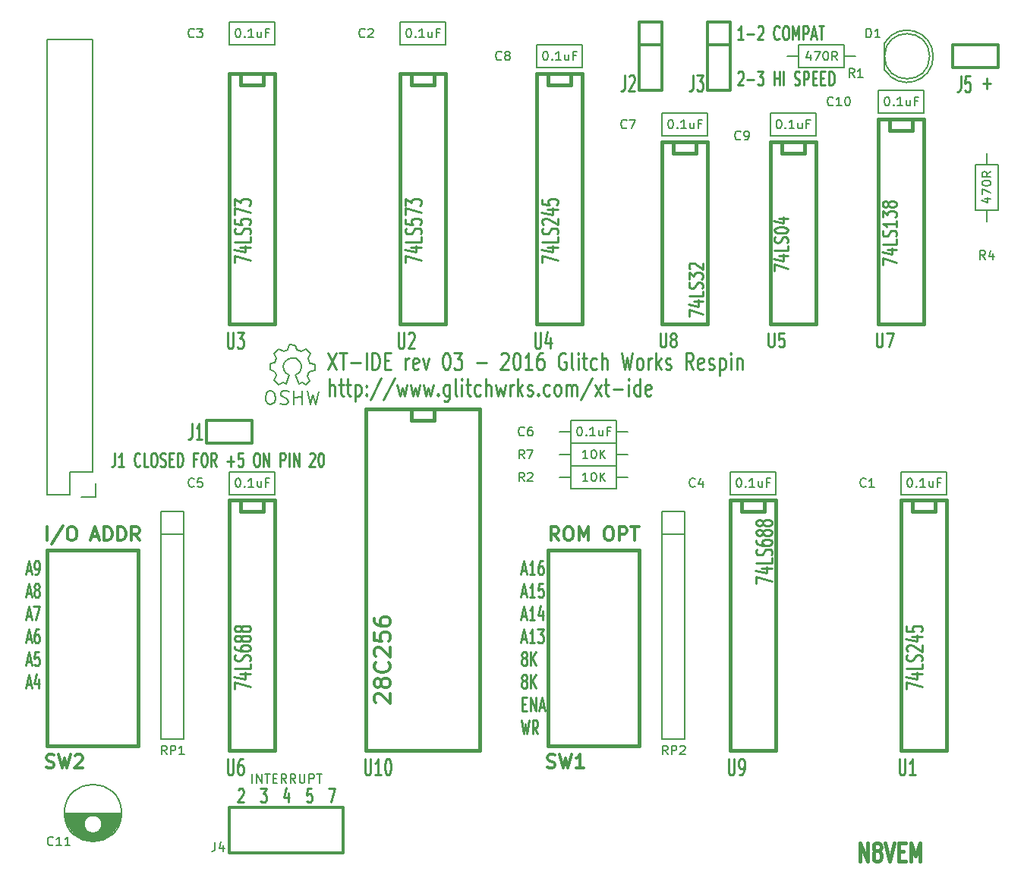
<source format=gto>
G04 #@! TF.FileFunction,Legend,Top*
%FSLAX46Y46*%
G04 Gerber Fmt 4.6, Leading zero omitted, Abs format (unit mm)*
G04 Created by KiCad (PCBNEW 4.0.0-stable) date Sat 14 May 2016 01:26:04 PM EDT*
%MOMM*%
G01*
G04 APERTURE LIST*
%ADD10C,0.150000*%
%ADD11C,0.254000*%
%ADD12C,0.381000*%
%ADD13C,0.304800*%
%ADD14C,0.285750*%
%ADD15C,0.269240*%
%ADD16C,0.203200*%
G04 APERTURE END LIST*
D10*
D11*
X185667953Y-43669857D02*
X186442048Y-43669857D01*
X186055000Y-44250429D02*
X186055000Y-43089286D01*
X112594571Y-73696286D02*
X113525905Y-75601286D01*
X113525905Y-73696286D02*
X112594571Y-75601286D01*
X113858524Y-73696286D02*
X114656809Y-73696286D01*
X114257666Y-75601286D02*
X114257666Y-73696286D01*
X115122476Y-74875571D02*
X116186857Y-74875571D01*
X116852095Y-75601286D02*
X116852095Y-73696286D01*
X117517333Y-75601286D02*
X117517333Y-73696286D01*
X117849952Y-73696286D01*
X118049524Y-73787000D01*
X118182571Y-73968429D01*
X118249095Y-74149857D01*
X118315619Y-74512714D01*
X118315619Y-74784857D01*
X118249095Y-75147714D01*
X118182571Y-75329143D01*
X118049524Y-75510571D01*
X117849952Y-75601286D01*
X117517333Y-75601286D01*
X118914333Y-74603429D02*
X119380000Y-74603429D01*
X119579571Y-75601286D02*
X118914333Y-75601286D01*
X118914333Y-73696286D01*
X119579571Y-73696286D01*
X121242666Y-75601286D02*
X121242666Y-74331286D01*
X121242666Y-74694143D02*
X121309190Y-74512714D01*
X121375714Y-74422000D01*
X121508761Y-74331286D01*
X121641809Y-74331286D01*
X122639667Y-75510571D02*
X122506619Y-75601286D01*
X122240524Y-75601286D01*
X122107476Y-75510571D01*
X122040952Y-75329143D01*
X122040952Y-74603429D01*
X122107476Y-74422000D01*
X122240524Y-74331286D01*
X122506619Y-74331286D01*
X122639667Y-74422000D01*
X122706190Y-74603429D01*
X122706190Y-74784857D01*
X122040952Y-74966286D01*
X123171857Y-74331286D02*
X123504476Y-75601286D01*
X123837096Y-74331286D01*
X125699762Y-73696286D02*
X125832810Y-73696286D01*
X125965858Y-73787000D01*
X126032381Y-73877714D01*
X126098905Y-74059143D01*
X126165429Y-74422000D01*
X126165429Y-74875571D01*
X126098905Y-75238429D01*
X126032381Y-75419857D01*
X125965858Y-75510571D01*
X125832810Y-75601286D01*
X125699762Y-75601286D01*
X125566715Y-75510571D01*
X125500191Y-75419857D01*
X125433667Y-75238429D01*
X125367143Y-74875571D01*
X125367143Y-74422000D01*
X125433667Y-74059143D01*
X125500191Y-73877714D01*
X125566715Y-73787000D01*
X125699762Y-73696286D01*
X126631095Y-73696286D02*
X127495905Y-73696286D01*
X127030238Y-74422000D01*
X127229810Y-74422000D01*
X127362857Y-74512714D01*
X127429381Y-74603429D01*
X127495905Y-74784857D01*
X127495905Y-75238429D01*
X127429381Y-75419857D01*
X127362857Y-75510571D01*
X127229810Y-75601286D01*
X126830667Y-75601286D01*
X126697619Y-75510571D01*
X126631095Y-75419857D01*
X129159000Y-74875571D02*
X130223381Y-74875571D01*
X131886476Y-73877714D02*
X131953000Y-73787000D01*
X132086048Y-73696286D01*
X132418667Y-73696286D01*
X132551714Y-73787000D01*
X132618238Y-73877714D01*
X132684762Y-74059143D01*
X132684762Y-74240571D01*
X132618238Y-74512714D01*
X131819952Y-75601286D01*
X132684762Y-75601286D01*
X133549571Y-73696286D02*
X133682619Y-73696286D01*
X133815667Y-73787000D01*
X133882190Y-73877714D01*
X133948714Y-74059143D01*
X134015238Y-74422000D01*
X134015238Y-74875571D01*
X133948714Y-75238429D01*
X133882190Y-75419857D01*
X133815667Y-75510571D01*
X133682619Y-75601286D01*
X133549571Y-75601286D01*
X133416524Y-75510571D01*
X133350000Y-75419857D01*
X133283476Y-75238429D01*
X133216952Y-74875571D01*
X133216952Y-74422000D01*
X133283476Y-74059143D01*
X133350000Y-73877714D01*
X133416524Y-73787000D01*
X133549571Y-73696286D01*
X135345714Y-75601286D02*
X134547428Y-75601286D01*
X134946571Y-75601286D02*
X134946571Y-73696286D01*
X134813523Y-73968429D01*
X134680476Y-74149857D01*
X134547428Y-74240571D01*
X136543142Y-73696286D02*
X136277047Y-73696286D01*
X136143999Y-73787000D01*
X136077476Y-73877714D01*
X135944428Y-74149857D01*
X135877904Y-74512714D01*
X135877904Y-75238429D01*
X135944428Y-75419857D01*
X136010952Y-75510571D01*
X136143999Y-75601286D01*
X136410095Y-75601286D01*
X136543142Y-75510571D01*
X136609666Y-75419857D01*
X136676190Y-75238429D01*
X136676190Y-74784857D01*
X136609666Y-74603429D01*
X136543142Y-74512714D01*
X136410095Y-74422000D01*
X136143999Y-74422000D01*
X136010952Y-74512714D01*
X135944428Y-74603429D01*
X135877904Y-74784857D01*
X139071047Y-73787000D02*
X138937999Y-73696286D01*
X138738428Y-73696286D01*
X138538856Y-73787000D01*
X138405809Y-73968429D01*
X138339285Y-74149857D01*
X138272761Y-74512714D01*
X138272761Y-74784857D01*
X138339285Y-75147714D01*
X138405809Y-75329143D01*
X138538856Y-75510571D01*
X138738428Y-75601286D01*
X138871476Y-75601286D01*
X139071047Y-75510571D01*
X139137571Y-75419857D01*
X139137571Y-74784857D01*
X138871476Y-74784857D01*
X139935856Y-75601286D02*
X139802809Y-75510571D01*
X139736285Y-75329143D01*
X139736285Y-73696286D01*
X140468047Y-75601286D02*
X140468047Y-74331286D01*
X140468047Y-73696286D02*
X140401523Y-73787000D01*
X140468047Y-73877714D01*
X140534571Y-73787000D01*
X140468047Y-73696286D01*
X140468047Y-73877714D01*
X140933714Y-74331286D02*
X141465904Y-74331286D01*
X141133285Y-73696286D02*
X141133285Y-75329143D01*
X141199809Y-75510571D01*
X141332856Y-75601286D01*
X141465904Y-75601286D01*
X142530285Y-75510571D02*
X142397238Y-75601286D01*
X142131142Y-75601286D01*
X141998095Y-75510571D01*
X141931571Y-75419857D01*
X141865047Y-75238429D01*
X141865047Y-74694143D01*
X141931571Y-74512714D01*
X141998095Y-74422000D01*
X142131142Y-74331286D01*
X142397238Y-74331286D01*
X142530285Y-74422000D01*
X143129000Y-75601286D02*
X143129000Y-73696286D01*
X143727714Y-75601286D02*
X143727714Y-74603429D01*
X143661191Y-74422000D01*
X143528143Y-74331286D01*
X143328571Y-74331286D01*
X143195524Y-74422000D01*
X143129000Y-74512714D01*
X145324285Y-73696286D02*
X145656904Y-75601286D01*
X145923000Y-74240571D01*
X146189095Y-75601286D01*
X146521714Y-73696286D01*
X147253475Y-75601286D02*
X147120428Y-75510571D01*
X147053904Y-75419857D01*
X146987380Y-75238429D01*
X146987380Y-74694143D01*
X147053904Y-74512714D01*
X147120428Y-74422000D01*
X147253475Y-74331286D01*
X147453047Y-74331286D01*
X147586095Y-74422000D01*
X147652618Y-74512714D01*
X147719142Y-74694143D01*
X147719142Y-75238429D01*
X147652618Y-75419857D01*
X147586095Y-75510571D01*
X147453047Y-75601286D01*
X147253475Y-75601286D01*
X148317856Y-75601286D02*
X148317856Y-74331286D01*
X148317856Y-74694143D02*
X148384380Y-74512714D01*
X148450904Y-74422000D01*
X148583951Y-74331286D01*
X148716999Y-74331286D01*
X149182666Y-75601286D02*
X149182666Y-73696286D01*
X149315714Y-74875571D02*
X149714857Y-75601286D01*
X149714857Y-74331286D02*
X149182666Y-75057000D01*
X150247047Y-75510571D02*
X150380095Y-75601286D01*
X150646190Y-75601286D01*
X150779238Y-75510571D01*
X150845762Y-75329143D01*
X150845762Y-75238429D01*
X150779238Y-75057000D01*
X150646190Y-74966286D01*
X150446619Y-74966286D01*
X150313571Y-74875571D01*
X150247047Y-74694143D01*
X150247047Y-74603429D01*
X150313571Y-74422000D01*
X150446619Y-74331286D01*
X150646190Y-74331286D01*
X150779238Y-74422000D01*
X153307143Y-75601286D02*
X152841476Y-74694143D01*
X152508857Y-75601286D02*
X152508857Y-73696286D01*
X153041048Y-73696286D01*
X153174095Y-73787000D01*
X153240619Y-73877714D01*
X153307143Y-74059143D01*
X153307143Y-74331286D01*
X153240619Y-74512714D01*
X153174095Y-74603429D01*
X153041048Y-74694143D01*
X152508857Y-74694143D01*
X154438048Y-75510571D02*
X154305000Y-75601286D01*
X154038905Y-75601286D01*
X153905857Y-75510571D01*
X153839333Y-75329143D01*
X153839333Y-74603429D01*
X153905857Y-74422000D01*
X154038905Y-74331286D01*
X154305000Y-74331286D01*
X154438048Y-74422000D01*
X154504571Y-74603429D01*
X154504571Y-74784857D01*
X153839333Y-74966286D01*
X155036762Y-75510571D02*
X155169810Y-75601286D01*
X155435905Y-75601286D01*
X155568953Y-75510571D01*
X155635477Y-75329143D01*
X155635477Y-75238429D01*
X155568953Y-75057000D01*
X155435905Y-74966286D01*
X155236334Y-74966286D01*
X155103286Y-74875571D01*
X155036762Y-74694143D01*
X155036762Y-74603429D01*
X155103286Y-74422000D01*
X155236334Y-74331286D01*
X155435905Y-74331286D01*
X155568953Y-74422000D01*
X156234191Y-74331286D02*
X156234191Y-76236286D01*
X156234191Y-74422000D02*
X156367239Y-74331286D01*
X156633334Y-74331286D01*
X156766382Y-74422000D01*
X156832905Y-74512714D01*
X156899429Y-74694143D01*
X156899429Y-75238429D01*
X156832905Y-75419857D01*
X156766382Y-75510571D01*
X156633334Y-75601286D01*
X156367239Y-75601286D01*
X156234191Y-75510571D01*
X157498143Y-75601286D02*
X157498143Y-74331286D01*
X157498143Y-73696286D02*
X157431619Y-73787000D01*
X157498143Y-73877714D01*
X157564667Y-73787000D01*
X157498143Y-73696286D01*
X157498143Y-73877714D01*
X158163381Y-74331286D02*
X158163381Y-75601286D01*
X158163381Y-74512714D02*
X158229905Y-74422000D01*
X158362952Y-74331286D01*
X158562524Y-74331286D01*
X158695572Y-74422000D01*
X158762095Y-74603429D01*
X158762095Y-75601286D01*
X112727619Y-78522286D02*
X112727619Y-76617286D01*
X113326333Y-78522286D02*
X113326333Y-77524429D01*
X113259810Y-77343000D01*
X113126762Y-77252286D01*
X112927190Y-77252286D01*
X112794143Y-77343000D01*
X112727619Y-77433714D01*
X113792000Y-77252286D02*
X114324190Y-77252286D01*
X113991571Y-76617286D02*
X113991571Y-78250143D01*
X114058095Y-78431571D01*
X114191142Y-78522286D01*
X114324190Y-78522286D01*
X114590286Y-77252286D02*
X115122476Y-77252286D01*
X114789857Y-76617286D02*
X114789857Y-78250143D01*
X114856381Y-78431571D01*
X114989428Y-78522286D01*
X115122476Y-78522286D01*
X115588143Y-77252286D02*
X115588143Y-79157286D01*
X115588143Y-77343000D02*
X115721191Y-77252286D01*
X115987286Y-77252286D01*
X116120334Y-77343000D01*
X116186857Y-77433714D01*
X116253381Y-77615143D01*
X116253381Y-78159429D01*
X116186857Y-78340857D01*
X116120334Y-78431571D01*
X115987286Y-78522286D01*
X115721191Y-78522286D01*
X115588143Y-78431571D01*
X116852095Y-78340857D02*
X116918619Y-78431571D01*
X116852095Y-78522286D01*
X116785571Y-78431571D01*
X116852095Y-78340857D01*
X116852095Y-78522286D01*
X116852095Y-77343000D02*
X116918619Y-77433714D01*
X116852095Y-77524429D01*
X116785571Y-77433714D01*
X116852095Y-77343000D01*
X116852095Y-77524429D01*
X118515190Y-76526571D02*
X117317762Y-78975857D01*
X119978714Y-76526571D02*
X118781286Y-78975857D01*
X120311333Y-77252286D02*
X120577429Y-78522286D01*
X120843524Y-77615143D01*
X121109619Y-78522286D01*
X121375714Y-77252286D01*
X121774857Y-77252286D02*
X122040953Y-78522286D01*
X122307048Y-77615143D01*
X122573143Y-78522286D01*
X122839238Y-77252286D01*
X123238381Y-77252286D02*
X123504477Y-78522286D01*
X123770572Y-77615143D01*
X124036667Y-78522286D01*
X124302762Y-77252286D01*
X124834953Y-78340857D02*
X124901477Y-78431571D01*
X124834953Y-78522286D01*
X124768429Y-78431571D01*
X124834953Y-78340857D01*
X124834953Y-78522286D01*
X126098905Y-77252286D02*
X126098905Y-78794429D01*
X126032382Y-78975857D01*
X125965858Y-79066571D01*
X125832810Y-79157286D01*
X125633239Y-79157286D01*
X125500191Y-79066571D01*
X126098905Y-78431571D02*
X125965858Y-78522286D01*
X125699762Y-78522286D01*
X125566715Y-78431571D01*
X125500191Y-78340857D01*
X125433667Y-78159429D01*
X125433667Y-77615143D01*
X125500191Y-77433714D01*
X125566715Y-77343000D01*
X125699762Y-77252286D01*
X125965858Y-77252286D01*
X126098905Y-77343000D01*
X126963714Y-78522286D02*
X126830667Y-78431571D01*
X126764143Y-78250143D01*
X126764143Y-76617286D01*
X127495905Y-78522286D02*
X127495905Y-77252286D01*
X127495905Y-76617286D02*
X127429381Y-76708000D01*
X127495905Y-76798714D01*
X127562429Y-76708000D01*
X127495905Y-76617286D01*
X127495905Y-76798714D01*
X127961572Y-77252286D02*
X128493762Y-77252286D01*
X128161143Y-76617286D02*
X128161143Y-78250143D01*
X128227667Y-78431571D01*
X128360714Y-78522286D01*
X128493762Y-78522286D01*
X129558143Y-78431571D02*
X129425096Y-78522286D01*
X129159000Y-78522286D01*
X129025953Y-78431571D01*
X128959429Y-78340857D01*
X128892905Y-78159429D01*
X128892905Y-77615143D01*
X128959429Y-77433714D01*
X129025953Y-77343000D01*
X129159000Y-77252286D01*
X129425096Y-77252286D01*
X129558143Y-77343000D01*
X130156858Y-78522286D02*
X130156858Y-76617286D01*
X130755572Y-78522286D02*
X130755572Y-77524429D01*
X130689049Y-77343000D01*
X130556001Y-77252286D01*
X130356429Y-77252286D01*
X130223382Y-77343000D01*
X130156858Y-77433714D01*
X131287762Y-77252286D02*
X131553858Y-78522286D01*
X131819953Y-77615143D01*
X132086048Y-78522286D01*
X132352143Y-77252286D01*
X132884334Y-78522286D02*
X132884334Y-77252286D01*
X132884334Y-77615143D02*
X132950858Y-77433714D01*
X133017382Y-77343000D01*
X133150429Y-77252286D01*
X133283477Y-77252286D01*
X133749144Y-78522286D02*
X133749144Y-76617286D01*
X133882192Y-77796571D02*
X134281335Y-78522286D01*
X134281335Y-77252286D02*
X133749144Y-77978000D01*
X134813525Y-78431571D02*
X134946573Y-78522286D01*
X135212668Y-78522286D01*
X135345716Y-78431571D01*
X135412240Y-78250143D01*
X135412240Y-78159429D01*
X135345716Y-77978000D01*
X135212668Y-77887286D01*
X135013097Y-77887286D01*
X134880049Y-77796571D01*
X134813525Y-77615143D01*
X134813525Y-77524429D01*
X134880049Y-77343000D01*
X135013097Y-77252286D01*
X135212668Y-77252286D01*
X135345716Y-77343000D01*
X136010954Y-78340857D02*
X136077478Y-78431571D01*
X136010954Y-78522286D01*
X135944430Y-78431571D01*
X136010954Y-78340857D01*
X136010954Y-78522286D01*
X137274906Y-78431571D02*
X137141859Y-78522286D01*
X136875763Y-78522286D01*
X136742716Y-78431571D01*
X136676192Y-78340857D01*
X136609668Y-78159429D01*
X136609668Y-77615143D01*
X136676192Y-77433714D01*
X136742716Y-77343000D01*
X136875763Y-77252286D01*
X137141859Y-77252286D01*
X137274906Y-77343000D01*
X138073192Y-78522286D02*
X137940145Y-78431571D01*
X137873621Y-78340857D01*
X137807097Y-78159429D01*
X137807097Y-77615143D01*
X137873621Y-77433714D01*
X137940145Y-77343000D01*
X138073192Y-77252286D01*
X138272764Y-77252286D01*
X138405812Y-77343000D01*
X138472335Y-77433714D01*
X138538859Y-77615143D01*
X138538859Y-78159429D01*
X138472335Y-78340857D01*
X138405812Y-78431571D01*
X138272764Y-78522286D01*
X138073192Y-78522286D01*
X139137573Y-78522286D02*
X139137573Y-77252286D01*
X139137573Y-77433714D02*
X139204097Y-77343000D01*
X139337144Y-77252286D01*
X139536716Y-77252286D01*
X139669764Y-77343000D01*
X139736287Y-77524429D01*
X139736287Y-78522286D01*
X139736287Y-77524429D02*
X139802811Y-77343000D01*
X139935859Y-77252286D01*
X140135430Y-77252286D01*
X140268478Y-77343000D01*
X140335002Y-77524429D01*
X140335002Y-78522286D01*
X141998097Y-76526571D02*
X140800669Y-78975857D01*
X142330716Y-78522286D02*
X143062478Y-77252286D01*
X142330716Y-77252286D02*
X143062478Y-78522286D01*
X143395098Y-77252286D02*
X143927288Y-77252286D01*
X143594669Y-76617286D02*
X143594669Y-78250143D01*
X143661193Y-78431571D01*
X143794240Y-78522286D01*
X143927288Y-78522286D01*
X144392955Y-77796571D02*
X145457336Y-77796571D01*
X146122574Y-78522286D02*
X146122574Y-77252286D01*
X146122574Y-76617286D02*
X146056050Y-76708000D01*
X146122574Y-76798714D01*
X146189098Y-76708000D01*
X146122574Y-76617286D01*
X146122574Y-76798714D01*
X147386526Y-78522286D02*
X147386526Y-76617286D01*
X147386526Y-78431571D02*
X147253479Y-78522286D01*
X146987383Y-78522286D01*
X146854336Y-78431571D01*
X146787812Y-78340857D01*
X146721288Y-78159429D01*
X146721288Y-77615143D01*
X146787812Y-77433714D01*
X146854336Y-77343000D01*
X146987383Y-77252286D01*
X147253479Y-77252286D01*
X147386526Y-77343000D01*
X148583955Y-78431571D02*
X148450907Y-78522286D01*
X148184812Y-78522286D01*
X148051764Y-78431571D01*
X147985240Y-78250143D01*
X147985240Y-77524429D01*
X148051764Y-77343000D01*
X148184812Y-77252286D01*
X148450907Y-77252286D01*
X148583955Y-77343000D01*
X148650478Y-77524429D01*
X148650478Y-77705857D01*
X147985240Y-77887286D01*
X88797190Y-84890429D02*
X88797190Y-85979000D01*
X88748810Y-86196714D01*
X88652048Y-86341857D01*
X88506905Y-86414429D01*
X88410143Y-86414429D01*
X89813190Y-86414429D02*
X89232619Y-86414429D01*
X89522905Y-86414429D02*
X89522905Y-84890429D01*
X89426143Y-85108143D01*
X89329381Y-85253286D01*
X89232619Y-85325857D01*
X91603285Y-86269286D02*
X91554904Y-86341857D01*
X91409761Y-86414429D01*
X91312999Y-86414429D01*
X91167857Y-86341857D01*
X91071095Y-86196714D01*
X91022714Y-86051571D01*
X90974333Y-85761286D01*
X90974333Y-85543571D01*
X91022714Y-85253286D01*
X91071095Y-85108143D01*
X91167857Y-84963000D01*
X91312999Y-84890429D01*
X91409761Y-84890429D01*
X91554904Y-84963000D01*
X91603285Y-85035571D01*
X92522523Y-86414429D02*
X92038714Y-86414429D01*
X92038714Y-84890429D01*
X93054714Y-84890429D02*
X93248237Y-84890429D01*
X93344999Y-84963000D01*
X93441761Y-85108143D01*
X93490142Y-85398429D01*
X93490142Y-85906429D01*
X93441761Y-86196714D01*
X93344999Y-86341857D01*
X93248237Y-86414429D01*
X93054714Y-86414429D01*
X92957952Y-86341857D01*
X92861190Y-86196714D01*
X92812809Y-85906429D01*
X92812809Y-85398429D01*
X92861190Y-85108143D01*
X92957952Y-84963000D01*
X93054714Y-84890429D01*
X93877190Y-86341857D02*
X94022333Y-86414429D01*
X94264237Y-86414429D01*
X94360999Y-86341857D01*
X94409380Y-86269286D01*
X94457761Y-86124143D01*
X94457761Y-85979000D01*
X94409380Y-85833857D01*
X94360999Y-85761286D01*
X94264237Y-85688714D01*
X94070714Y-85616143D01*
X93973952Y-85543571D01*
X93925571Y-85471000D01*
X93877190Y-85325857D01*
X93877190Y-85180714D01*
X93925571Y-85035571D01*
X93973952Y-84963000D01*
X94070714Y-84890429D01*
X94312618Y-84890429D01*
X94457761Y-84963000D01*
X94893190Y-85616143D02*
X95231856Y-85616143D01*
X95376999Y-86414429D02*
X94893190Y-86414429D01*
X94893190Y-84890429D01*
X95376999Y-84890429D01*
X95812428Y-86414429D02*
X95812428Y-84890429D01*
X96054333Y-84890429D01*
X96199475Y-84963000D01*
X96296237Y-85108143D01*
X96344618Y-85253286D01*
X96392999Y-85543571D01*
X96392999Y-85761286D01*
X96344618Y-86051571D01*
X96296237Y-86196714D01*
X96199475Y-86341857D01*
X96054333Y-86414429D01*
X95812428Y-86414429D01*
X97941189Y-85616143D02*
X97602523Y-85616143D01*
X97602523Y-86414429D02*
X97602523Y-84890429D01*
X98086332Y-84890429D01*
X98666904Y-84890429D02*
X98860427Y-84890429D01*
X98957189Y-84963000D01*
X99053951Y-85108143D01*
X99102332Y-85398429D01*
X99102332Y-85906429D01*
X99053951Y-86196714D01*
X98957189Y-86341857D01*
X98860427Y-86414429D01*
X98666904Y-86414429D01*
X98570142Y-86341857D01*
X98473380Y-86196714D01*
X98424999Y-85906429D01*
X98424999Y-85398429D01*
X98473380Y-85108143D01*
X98570142Y-84963000D01*
X98666904Y-84890429D01*
X100118332Y-86414429D02*
X99779666Y-85688714D01*
X99537761Y-86414429D02*
X99537761Y-84890429D01*
X99924808Y-84890429D01*
X100021570Y-84963000D01*
X100069951Y-85035571D01*
X100118332Y-85180714D01*
X100118332Y-85398429D01*
X100069951Y-85543571D01*
X100021570Y-85616143D01*
X99924808Y-85688714D01*
X99537761Y-85688714D01*
X101327856Y-85833857D02*
X102101951Y-85833857D01*
X101714903Y-86414429D02*
X101714903Y-85253286D01*
X103069570Y-84890429D02*
X102585761Y-84890429D01*
X102537380Y-85616143D01*
X102585761Y-85543571D01*
X102682523Y-85471000D01*
X102924427Y-85471000D01*
X103021189Y-85543571D01*
X103069570Y-85616143D01*
X103117951Y-85761286D01*
X103117951Y-86124143D01*
X103069570Y-86269286D01*
X103021189Y-86341857D01*
X102924427Y-86414429D01*
X102682523Y-86414429D01*
X102585761Y-86341857D01*
X102537380Y-86269286D01*
X104520999Y-84890429D02*
X104714522Y-84890429D01*
X104811284Y-84963000D01*
X104908046Y-85108143D01*
X104956427Y-85398429D01*
X104956427Y-85906429D01*
X104908046Y-86196714D01*
X104811284Y-86341857D01*
X104714522Y-86414429D01*
X104520999Y-86414429D01*
X104424237Y-86341857D01*
X104327475Y-86196714D01*
X104279094Y-85906429D01*
X104279094Y-85398429D01*
X104327475Y-85108143D01*
X104424237Y-84963000D01*
X104520999Y-84890429D01*
X105391856Y-86414429D02*
X105391856Y-84890429D01*
X105972427Y-86414429D01*
X105972427Y-84890429D01*
X107230332Y-86414429D02*
X107230332Y-84890429D01*
X107617379Y-84890429D01*
X107714141Y-84963000D01*
X107762522Y-85035571D01*
X107810903Y-85180714D01*
X107810903Y-85398429D01*
X107762522Y-85543571D01*
X107714141Y-85616143D01*
X107617379Y-85688714D01*
X107230332Y-85688714D01*
X108246332Y-86414429D02*
X108246332Y-84890429D01*
X108730142Y-86414429D02*
X108730142Y-84890429D01*
X109310713Y-86414429D01*
X109310713Y-84890429D01*
X110520237Y-85035571D02*
X110568618Y-84963000D01*
X110665380Y-84890429D01*
X110907284Y-84890429D01*
X111004046Y-84963000D01*
X111052427Y-85035571D01*
X111100808Y-85180714D01*
X111100808Y-85325857D01*
X111052427Y-85543571D01*
X110471856Y-86414429D01*
X111100808Y-86414429D01*
X111729761Y-84890429D02*
X111826522Y-84890429D01*
X111923284Y-84963000D01*
X111971665Y-85035571D01*
X112020046Y-85180714D01*
X112068427Y-85471000D01*
X112068427Y-85833857D01*
X112020046Y-86124143D01*
X111971665Y-86269286D01*
X111923284Y-86341857D01*
X111826522Y-86414429D01*
X111729761Y-86414429D01*
X111632999Y-86341857D01*
X111584618Y-86269286D01*
X111536237Y-86124143D01*
X111487856Y-85833857D01*
X111487856Y-85471000D01*
X111536237Y-85180714D01*
X111584618Y-85035571D01*
X111632999Y-84963000D01*
X111729761Y-84890429D01*
X158308524Y-42490571D02*
X158356905Y-42418000D01*
X158453667Y-42345429D01*
X158695571Y-42345429D01*
X158792333Y-42418000D01*
X158840714Y-42490571D01*
X158889095Y-42635714D01*
X158889095Y-42780857D01*
X158840714Y-42998571D01*
X158260143Y-43869429D01*
X158889095Y-43869429D01*
X159324524Y-43288857D02*
X160098619Y-43288857D01*
X160485667Y-42345429D02*
X161114619Y-42345429D01*
X160775953Y-42926000D01*
X160921095Y-42926000D01*
X161017857Y-42998571D01*
X161066238Y-43071143D01*
X161114619Y-43216286D01*
X161114619Y-43579143D01*
X161066238Y-43724286D01*
X161017857Y-43796857D01*
X160921095Y-43869429D01*
X160630810Y-43869429D01*
X160534048Y-43796857D01*
X160485667Y-43724286D01*
X162324143Y-43869429D02*
X162324143Y-42345429D01*
X162324143Y-43071143D02*
X162904714Y-43071143D01*
X162904714Y-43869429D02*
X162904714Y-42345429D01*
X163388524Y-43869429D02*
X163388524Y-42345429D01*
X164598048Y-43796857D02*
X164743191Y-43869429D01*
X164985095Y-43869429D01*
X165081857Y-43796857D01*
X165130238Y-43724286D01*
X165178619Y-43579143D01*
X165178619Y-43434000D01*
X165130238Y-43288857D01*
X165081857Y-43216286D01*
X164985095Y-43143714D01*
X164791572Y-43071143D01*
X164694810Y-42998571D01*
X164646429Y-42926000D01*
X164598048Y-42780857D01*
X164598048Y-42635714D01*
X164646429Y-42490571D01*
X164694810Y-42418000D01*
X164791572Y-42345429D01*
X165033476Y-42345429D01*
X165178619Y-42418000D01*
X165614048Y-43869429D02*
X165614048Y-42345429D01*
X166001095Y-42345429D01*
X166097857Y-42418000D01*
X166146238Y-42490571D01*
X166194619Y-42635714D01*
X166194619Y-42853429D01*
X166146238Y-42998571D01*
X166097857Y-43071143D01*
X166001095Y-43143714D01*
X165614048Y-43143714D01*
X166630048Y-43071143D02*
X166968714Y-43071143D01*
X167113857Y-43869429D02*
X166630048Y-43869429D01*
X166630048Y-42345429D01*
X167113857Y-42345429D01*
X167549286Y-43071143D02*
X167887952Y-43071143D01*
X168033095Y-43869429D02*
X167549286Y-43869429D01*
X167549286Y-42345429D01*
X168033095Y-42345429D01*
X168468524Y-43869429D02*
X168468524Y-42345429D01*
X168710429Y-42345429D01*
X168855571Y-42418000D01*
X168952333Y-42563143D01*
X169000714Y-42708286D01*
X169049095Y-42998571D01*
X169049095Y-43216286D01*
X169000714Y-43506571D01*
X168952333Y-43651714D01*
X168855571Y-43796857D01*
X168710429Y-43869429D01*
X168468524Y-43869429D01*
X158889095Y-38789429D02*
X158308524Y-38789429D01*
X158598810Y-38789429D02*
X158598810Y-37265429D01*
X158502048Y-37483143D01*
X158405286Y-37628286D01*
X158308524Y-37700857D01*
X159324524Y-38208857D02*
X160098619Y-38208857D01*
X160534048Y-37410571D02*
X160582429Y-37338000D01*
X160679191Y-37265429D01*
X160921095Y-37265429D01*
X161017857Y-37338000D01*
X161066238Y-37410571D01*
X161114619Y-37555714D01*
X161114619Y-37700857D01*
X161066238Y-37918571D01*
X160485667Y-38789429D01*
X161114619Y-38789429D01*
X162904714Y-38644286D02*
X162856333Y-38716857D01*
X162711190Y-38789429D01*
X162614428Y-38789429D01*
X162469286Y-38716857D01*
X162372524Y-38571714D01*
X162324143Y-38426571D01*
X162275762Y-38136286D01*
X162275762Y-37918571D01*
X162324143Y-37628286D01*
X162372524Y-37483143D01*
X162469286Y-37338000D01*
X162614428Y-37265429D01*
X162711190Y-37265429D01*
X162856333Y-37338000D01*
X162904714Y-37410571D01*
X163533667Y-37265429D02*
X163727190Y-37265429D01*
X163823952Y-37338000D01*
X163920714Y-37483143D01*
X163969095Y-37773429D01*
X163969095Y-38281429D01*
X163920714Y-38571714D01*
X163823952Y-38716857D01*
X163727190Y-38789429D01*
X163533667Y-38789429D01*
X163436905Y-38716857D01*
X163340143Y-38571714D01*
X163291762Y-38281429D01*
X163291762Y-37773429D01*
X163340143Y-37483143D01*
X163436905Y-37338000D01*
X163533667Y-37265429D01*
X164404524Y-38789429D02*
X164404524Y-37265429D01*
X164743190Y-38354000D01*
X165081857Y-37265429D01*
X165081857Y-38789429D01*
X165565667Y-38789429D02*
X165565667Y-37265429D01*
X165952714Y-37265429D01*
X166049476Y-37338000D01*
X166097857Y-37410571D01*
X166146238Y-37555714D01*
X166146238Y-37773429D01*
X166097857Y-37918571D01*
X166049476Y-37991143D01*
X165952714Y-38063714D01*
X165565667Y-38063714D01*
X166533286Y-38354000D02*
X167017095Y-38354000D01*
X166436524Y-38789429D02*
X166775191Y-37265429D01*
X167113857Y-38789429D01*
X167307381Y-37265429D02*
X167887952Y-37265429D01*
X167597667Y-38789429D02*
X167597667Y-37265429D01*
X134372048Y-110308571D02*
X134275286Y-110236000D01*
X134226905Y-110163429D01*
X134178524Y-110018286D01*
X134178524Y-109945714D01*
X134226905Y-109800571D01*
X134275286Y-109728000D01*
X134372048Y-109655429D01*
X134565571Y-109655429D01*
X134662333Y-109728000D01*
X134710714Y-109800571D01*
X134759095Y-109945714D01*
X134759095Y-110018286D01*
X134710714Y-110163429D01*
X134662333Y-110236000D01*
X134565571Y-110308571D01*
X134372048Y-110308571D01*
X134275286Y-110381143D01*
X134226905Y-110453714D01*
X134178524Y-110598857D01*
X134178524Y-110889143D01*
X134226905Y-111034286D01*
X134275286Y-111106857D01*
X134372048Y-111179429D01*
X134565571Y-111179429D01*
X134662333Y-111106857D01*
X134710714Y-111034286D01*
X134759095Y-110889143D01*
X134759095Y-110598857D01*
X134710714Y-110453714D01*
X134662333Y-110381143D01*
X134565571Y-110308571D01*
X135194524Y-111179429D02*
X135194524Y-109655429D01*
X135775095Y-111179429D02*
X135339667Y-110308571D01*
X135775095Y-109655429D02*
X135194524Y-110526286D01*
X134372048Y-107768571D02*
X134275286Y-107696000D01*
X134226905Y-107623429D01*
X134178524Y-107478286D01*
X134178524Y-107405714D01*
X134226905Y-107260571D01*
X134275286Y-107188000D01*
X134372048Y-107115429D01*
X134565571Y-107115429D01*
X134662333Y-107188000D01*
X134710714Y-107260571D01*
X134759095Y-107405714D01*
X134759095Y-107478286D01*
X134710714Y-107623429D01*
X134662333Y-107696000D01*
X134565571Y-107768571D01*
X134372048Y-107768571D01*
X134275286Y-107841143D01*
X134226905Y-107913714D01*
X134178524Y-108058857D01*
X134178524Y-108349143D01*
X134226905Y-108494286D01*
X134275286Y-108566857D01*
X134372048Y-108639429D01*
X134565571Y-108639429D01*
X134662333Y-108566857D01*
X134710714Y-108494286D01*
X134759095Y-108349143D01*
X134759095Y-108058857D01*
X134710714Y-107913714D01*
X134662333Y-107841143D01*
X134565571Y-107768571D01*
X135194524Y-108639429D02*
X135194524Y-107115429D01*
X135775095Y-108639429D02*
X135339667Y-107768571D01*
X135775095Y-107115429D02*
X135194524Y-107986286D01*
X134178524Y-105664000D02*
X134662333Y-105664000D01*
X134081762Y-106099429D02*
X134420429Y-104575429D01*
X134759095Y-106099429D01*
X135629952Y-106099429D02*
X135049381Y-106099429D01*
X135339667Y-106099429D02*
X135339667Y-104575429D01*
X135242905Y-104793143D01*
X135146143Y-104938286D01*
X135049381Y-105010857D01*
X135968619Y-104575429D02*
X136597571Y-104575429D01*
X136258905Y-105156000D01*
X136404047Y-105156000D01*
X136500809Y-105228571D01*
X136549190Y-105301143D01*
X136597571Y-105446286D01*
X136597571Y-105809143D01*
X136549190Y-105954286D01*
X136500809Y-106026857D01*
X136404047Y-106099429D01*
X136113762Y-106099429D01*
X136017000Y-106026857D01*
X135968619Y-105954286D01*
X134178524Y-103124000D02*
X134662333Y-103124000D01*
X134081762Y-103559429D02*
X134420429Y-102035429D01*
X134759095Y-103559429D01*
X135629952Y-103559429D02*
X135049381Y-103559429D01*
X135339667Y-103559429D02*
X135339667Y-102035429D01*
X135242905Y-102253143D01*
X135146143Y-102398286D01*
X135049381Y-102470857D01*
X136500809Y-102543429D02*
X136500809Y-103559429D01*
X136258905Y-101962857D02*
X136017000Y-103051429D01*
X136645952Y-103051429D01*
X134178524Y-100584000D02*
X134662333Y-100584000D01*
X134081762Y-101019429D02*
X134420429Y-99495429D01*
X134759095Y-101019429D01*
X135629952Y-101019429D02*
X135049381Y-101019429D01*
X135339667Y-101019429D02*
X135339667Y-99495429D01*
X135242905Y-99713143D01*
X135146143Y-99858286D01*
X135049381Y-99930857D01*
X136549190Y-99495429D02*
X136065381Y-99495429D01*
X136017000Y-100221143D01*
X136065381Y-100148571D01*
X136162143Y-100076000D01*
X136404047Y-100076000D01*
X136500809Y-100148571D01*
X136549190Y-100221143D01*
X136597571Y-100366286D01*
X136597571Y-100729143D01*
X136549190Y-100874286D01*
X136500809Y-100946857D01*
X136404047Y-101019429D01*
X136162143Y-101019429D01*
X136065381Y-100946857D01*
X136017000Y-100874286D01*
X134178524Y-98044000D02*
X134662333Y-98044000D01*
X134081762Y-98479429D02*
X134420429Y-96955429D01*
X134759095Y-98479429D01*
X135629952Y-98479429D02*
X135049381Y-98479429D01*
X135339667Y-98479429D02*
X135339667Y-96955429D01*
X135242905Y-97173143D01*
X135146143Y-97318286D01*
X135049381Y-97390857D01*
X136500809Y-96955429D02*
X136307286Y-96955429D01*
X136210524Y-97028000D01*
X136162143Y-97100571D01*
X136065381Y-97318286D01*
X136017000Y-97608571D01*
X136017000Y-98189143D01*
X136065381Y-98334286D01*
X136113762Y-98406857D01*
X136210524Y-98479429D01*
X136404047Y-98479429D01*
X136500809Y-98406857D01*
X136549190Y-98334286D01*
X136597571Y-98189143D01*
X136597571Y-97826286D01*
X136549190Y-97681143D01*
X136500809Y-97608571D01*
X136404047Y-97536000D01*
X136210524Y-97536000D01*
X136113762Y-97608571D01*
X136065381Y-97681143D01*
X136017000Y-97826286D01*
X134226905Y-112921143D02*
X134565571Y-112921143D01*
X134710714Y-113719429D02*
X134226905Y-113719429D01*
X134226905Y-112195429D01*
X134710714Y-112195429D01*
X135146143Y-113719429D02*
X135146143Y-112195429D01*
X135726714Y-113719429D01*
X135726714Y-112195429D01*
X136162143Y-113284000D02*
X136645952Y-113284000D01*
X136065381Y-113719429D02*
X136404048Y-112195429D01*
X136742714Y-113719429D01*
X134130143Y-114735429D02*
X134372048Y-116259429D01*
X134565571Y-115170857D01*
X134759095Y-116259429D01*
X135001000Y-114735429D01*
X135968619Y-116259429D02*
X135629953Y-115533714D01*
X135388048Y-116259429D02*
X135388048Y-114735429D01*
X135775095Y-114735429D01*
X135871857Y-114808000D01*
X135920238Y-114880571D01*
X135968619Y-115025714D01*
X135968619Y-115243429D01*
X135920238Y-115388571D01*
X135871857Y-115461143D01*
X135775095Y-115533714D01*
X135388048Y-115533714D01*
X78933524Y-110744000D02*
X79417333Y-110744000D01*
X78836762Y-111179429D02*
X79175429Y-109655429D01*
X79514095Y-111179429D01*
X80288190Y-110163429D02*
X80288190Y-111179429D01*
X80046286Y-109582857D02*
X79804381Y-110671429D01*
X80433333Y-110671429D01*
X78933524Y-108204000D02*
X79417333Y-108204000D01*
X78836762Y-108639429D02*
X79175429Y-107115429D01*
X79514095Y-108639429D01*
X80336571Y-107115429D02*
X79852762Y-107115429D01*
X79804381Y-107841143D01*
X79852762Y-107768571D01*
X79949524Y-107696000D01*
X80191428Y-107696000D01*
X80288190Y-107768571D01*
X80336571Y-107841143D01*
X80384952Y-107986286D01*
X80384952Y-108349143D01*
X80336571Y-108494286D01*
X80288190Y-108566857D01*
X80191428Y-108639429D01*
X79949524Y-108639429D01*
X79852762Y-108566857D01*
X79804381Y-108494286D01*
X78933524Y-105664000D02*
X79417333Y-105664000D01*
X78836762Y-106099429D02*
X79175429Y-104575429D01*
X79514095Y-106099429D01*
X80288190Y-104575429D02*
X80094667Y-104575429D01*
X79997905Y-104648000D01*
X79949524Y-104720571D01*
X79852762Y-104938286D01*
X79804381Y-105228571D01*
X79804381Y-105809143D01*
X79852762Y-105954286D01*
X79901143Y-106026857D01*
X79997905Y-106099429D01*
X80191428Y-106099429D01*
X80288190Y-106026857D01*
X80336571Y-105954286D01*
X80384952Y-105809143D01*
X80384952Y-105446286D01*
X80336571Y-105301143D01*
X80288190Y-105228571D01*
X80191428Y-105156000D01*
X79997905Y-105156000D01*
X79901143Y-105228571D01*
X79852762Y-105301143D01*
X79804381Y-105446286D01*
X78933524Y-103124000D02*
X79417333Y-103124000D01*
X78836762Y-103559429D02*
X79175429Y-102035429D01*
X79514095Y-103559429D01*
X79756000Y-102035429D02*
X80433333Y-102035429D01*
X79997905Y-103559429D01*
X78933524Y-100584000D02*
X79417333Y-100584000D01*
X78836762Y-101019429D02*
X79175429Y-99495429D01*
X79514095Y-101019429D01*
X79997905Y-100148571D02*
X79901143Y-100076000D01*
X79852762Y-100003429D01*
X79804381Y-99858286D01*
X79804381Y-99785714D01*
X79852762Y-99640571D01*
X79901143Y-99568000D01*
X79997905Y-99495429D01*
X80191428Y-99495429D01*
X80288190Y-99568000D01*
X80336571Y-99640571D01*
X80384952Y-99785714D01*
X80384952Y-99858286D01*
X80336571Y-100003429D01*
X80288190Y-100076000D01*
X80191428Y-100148571D01*
X79997905Y-100148571D01*
X79901143Y-100221143D01*
X79852762Y-100293714D01*
X79804381Y-100438857D01*
X79804381Y-100729143D01*
X79852762Y-100874286D01*
X79901143Y-100946857D01*
X79997905Y-101019429D01*
X80191428Y-101019429D01*
X80288190Y-100946857D01*
X80336571Y-100874286D01*
X80384952Y-100729143D01*
X80384952Y-100438857D01*
X80336571Y-100293714D01*
X80288190Y-100221143D01*
X80191428Y-100148571D01*
X78933524Y-98044000D02*
X79417333Y-98044000D01*
X78836762Y-98479429D02*
X79175429Y-96955429D01*
X79514095Y-98479429D01*
X79901143Y-98479429D02*
X80094667Y-98479429D01*
X80191428Y-98406857D01*
X80239809Y-98334286D01*
X80336571Y-98116571D01*
X80384952Y-97826286D01*
X80384952Y-97245714D01*
X80336571Y-97100571D01*
X80288190Y-97028000D01*
X80191428Y-96955429D01*
X79997905Y-96955429D01*
X79901143Y-97028000D01*
X79852762Y-97100571D01*
X79804381Y-97245714D01*
X79804381Y-97608571D01*
X79852762Y-97753714D01*
X79901143Y-97826286D01*
X79997905Y-97898857D01*
X80191428Y-97898857D01*
X80288190Y-97826286D01*
X80336571Y-97753714D01*
X80384952Y-97608571D01*
X102579715Y-122500571D02*
X102628096Y-122428000D01*
X102724858Y-122355429D01*
X102966762Y-122355429D01*
X103063524Y-122428000D01*
X103111905Y-122500571D01*
X103160286Y-122645714D01*
X103160286Y-122790857D01*
X103111905Y-123008571D01*
X102531334Y-123879429D01*
X103160286Y-123879429D01*
X112691334Y-122355429D02*
X113368667Y-122355429D01*
X112933239Y-123879429D01*
X110731905Y-122355429D02*
X110248096Y-122355429D01*
X110199715Y-123081143D01*
X110248096Y-123008571D01*
X110344858Y-122936000D01*
X110586762Y-122936000D01*
X110683524Y-123008571D01*
X110731905Y-123081143D01*
X110780286Y-123226286D01*
X110780286Y-123589143D01*
X110731905Y-123734286D01*
X110683524Y-123806857D01*
X110586762Y-123879429D01*
X110344858Y-123879429D01*
X110248096Y-123806857D01*
X110199715Y-123734286D01*
X108143524Y-122863429D02*
X108143524Y-123879429D01*
X107901620Y-122282857D02*
X107659715Y-123371429D01*
X108288667Y-123371429D01*
X105071334Y-122355429D02*
X105700286Y-122355429D01*
X105361620Y-122936000D01*
X105506762Y-122936000D01*
X105603524Y-123008571D01*
X105651905Y-123081143D01*
X105700286Y-123226286D01*
X105700286Y-123589143D01*
X105651905Y-123734286D01*
X105603524Y-123806857D01*
X105506762Y-123879429D01*
X105216477Y-123879429D01*
X105119715Y-123806857D01*
X105071334Y-123734286D01*
D12*
X171885429Y-130459238D02*
X171885429Y-128427238D01*
X172756286Y-130459238D01*
X172756286Y-128427238D01*
X173699714Y-129298095D02*
X173554572Y-129201333D01*
X173482000Y-129104571D01*
X173409429Y-128911048D01*
X173409429Y-128814286D01*
X173482000Y-128620762D01*
X173554572Y-128524000D01*
X173699714Y-128427238D01*
X173990000Y-128427238D01*
X174135143Y-128524000D01*
X174207714Y-128620762D01*
X174280286Y-128814286D01*
X174280286Y-128911048D01*
X174207714Y-129104571D01*
X174135143Y-129201333D01*
X173990000Y-129298095D01*
X173699714Y-129298095D01*
X173554572Y-129394857D01*
X173482000Y-129491619D01*
X173409429Y-129685143D01*
X173409429Y-130072190D01*
X173482000Y-130265714D01*
X173554572Y-130362476D01*
X173699714Y-130459238D01*
X173990000Y-130459238D01*
X174135143Y-130362476D01*
X174207714Y-130265714D01*
X174280286Y-130072190D01*
X174280286Y-129685143D01*
X174207714Y-129491619D01*
X174135143Y-129394857D01*
X173990000Y-129298095D01*
X174715715Y-128427238D02*
X175223715Y-130459238D01*
X175731715Y-128427238D01*
X176239715Y-129394857D02*
X176747715Y-129394857D01*
X176965429Y-130459238D02*
X176239715Y-130459238D01*
X176239715Y-128427238D01*
X176965429Y-128427238D01*
X177618572Y-130459238D02*
X177618572Y-128427238D01*
X178126572Y-129878667D01*
X178634572Y-128427238D01*
X178634572Y-130459238D01*
D10*
X176530000Y-86995000D02*
X181610000Y-86995000D01*
X181610000Y-86995000D02*
X181610000Y-89535000D01*
X181610000Y-89535000D02*
X176530000Y-89535000D01*
X176530000Y-89535000D02*
X176530000Y-86995000D01*
X120650000Y-36830000D02*
X125730000Y-36830000D01*
X125730000Y-36830000D02*
X125730000Y-39370000D01*
X125730000Y-39370000D02*
X120650000Y-39370000D01*
X120650000Y-39370000D02*
X120650000Y-36830000D01*
X106680000Y-39370000D02*
X101600000Y-39370000D01*
X101600000Y-39370000D02*
X101600000Y-36830000D01*
X101600000Y-36830000D02*
X106680000Y-36830000D01*
X106680000Y-36830000D02*
X106680000Y-39370000D01*
X162560000Y-89535000D02*
X157480000Y-89535000D01*
X157480000Y-89535000D02*
X157480000Y-86995000D01*
X157480000Y-86995000D02*
X162560000Y-86995000D01*
X162560000Y-86995000D02*
X162560000Y-89535000D01*
X106680000Y-89535000D02*
X101600000Y-89535000D01*
X101600000Y-89535000D02*
X101600000Y-86995000D01*
X101600000Y-86995000D02*
X106680000Y-86995000D01*
X106680000Y-86995000D02*
X106680000Y-89535000D01*
X154940000Y-49530000D02*
X149860000Y-49530000D01*
X149860000Y-49530000D02*
X149860000Y-46990000D01*
X149860000Y-46990000D02*
X154940000Y-46990000D01*
X154940000Y-46990000D02*
X154940000Y-49530000D01*
X140970000Y-41910000D02*
X135890000Y-41910000D01*
X135890000Y-41910000D02*
X135890000Y-39370000D01*
X135890000Y-39370000D02*
X140970000Y-39370000D01*
X140970000Y-39370000D02*
X140970000Y-41910000D01*
X167005000Y-49530000D02*
X161925000Y-49530000D01*
X161925000Y-49530000D02*
X161925000Y-46990000D01*
X161925000Y-46990000D02*
X167005000Y-46990000D01*
X167005000Y-46990000D02*
X167005000Y-49530000D01*
X173990000Y-44450000D02*
X179070000Y-44450000D01*
X179070000Y-44450000D02*
X179070000Y-46990000D01*
X179070000Y-46990000D02*
X173990000Y-46990000D01*
X173990000Y-46990000D02*
X173990000Y-44450000D01*
X170180000Y-41910000D02*
X165100000Y-41910000D01*
X165100000Y-41910000D02*
X165100000Y-39370000D01*
X165100000Y-39370000D02*
X170180000Y-39370000D01*
X170180000Y-39370000D02*
X170180000Y-41910000D01*
X170180000Y-40640000D02*
X171450000Y-40640000D01*
X165100000Y-40640000D02*
X163830000Y-40640000D01*
D12*
X180340000Y-90170000D02*
X180340000Y-91440000D01*
X180340000Y-91440000D02*
X177800000Y-91440000D01*
X177800000Y-91440000D02*
X177800000Y-90170000D01*
X181610000Y-90170000D02*
X181610000Y-118110000D01*
X181610000Y-118110000D02*
X176530000Y-118110000D01*
X176530000Y-118110000D02*
X176530000Y-90170000D01*
X176530000Y-90170000D02*
X181610000Y-90170000D01*
X124460000Y-42545000D02*
X124460000Y-43815000D01*
X124460000Y-43815000D02*
X121920000Y-43815000D01*
X121920000Y-43815000D02*
X121920000Y-42545000D01*
X125730000Y-42545000D02*
X125730000Y-70485000D01*
X125730000Y-70485000D02*
X120650000Y-70485000D01*
X120650000Y-70485000D02*
X120650000Y-42545000D01*
X120650000Y-42545000D02*
X125730000Y-42545000D01*
X105410000Y-42545000D02*
X105410000Y-43815000D01*
X105410000Y-43815000D02*
X102870000Y-43815000D01*
X102870000Y-43815000D02*
X102870000Y-42545000D01*
X106680000Y-42545000D02*
X106680000Y-70485000D01*
X106680000Y-70485000D02*
X101600000Y-70485000D01*
X101600000Y-70485000D02*
X101600000Y-42545000D01*
X101600000Y-42545000D02*
X106680000Y-42545000D01*
X139700000Y-42545000D02*
X139700000Y-43815000D01*
X139700000Y-43815000D02*
X137160000Y-43815000D01*
X137160000Y-43815000D02*
X137160000Y-42545000D01*
X140970000Y-42545000D02*
X140970000Y-70485000D01*
X140970000Y-70485000D02*
X135890000Y-70485000D01*
X135890000Y-70485000D02*
X135890000Y-42545000D01*
X135890000Y-42545000D02*
X140970000Y-42545000D01*
X167005000Y-50165000D02*
X167005000Y-70485000D01*
X161925000Y-70485000D02*
X161925000Y-50165000D01*
X161925000Y-50165000D02*
X167005000Y-50165000D01*
X165735000Y-50165000D02*
X165735000Y-51435000D01*
X165735000Y-51435000D02*
X163195000Y-51435000D01*
X163195000Y-51435000D02*
X163195000Y-50165000D01*
X167005000Y-70485000D02*
X161925000Y-70485000D01*
X105410000Y-90170000D02*
X105410000Y-91440000D01*
X105410000Y-91440000D02*
X102870000Y-91440000D01*
X102870000Y-91440000D02*
X102870000Y-90170000D01*
X106680000Y-90170000D02*
X106680000Y-118110000D01*
X106680000Y-118110000D02*
X101600000Y-118110000D01*
X101600000Y-118110000D02*
X101600000Y-90170000D01*
X101600000Y-90170000D02*
X106680000Y-90170000D01*
X177800000Y-47625000D02*
X177800000Y-47625000D01*
X177800000Y-47625000D02*
X177800000Y-48895000D01*
X177800000Y-48895000D02*
X175260000Y-48895000D01*
X175260000Y-48895000D02*
X175260000Y-47625000D01*
X179070000Y-47625000D02*
X179070000Y-70485000D01*
X179070000Y-70485000D02*
X173990000Y-70485000D01*
X173990000Y-70485000D02*
X173990000Y-47625000D01*
X173990000Y-47625000D02*
X179070000Y-47625000D01*
X154940000Y-50165000D02*
X154940000Y-70485000D01*
X149860000Y-70485000D02*
X149860000Y-50165000D01*
X149860000Y-50165000D02*
X154940000Y-50165000D01*
X153670000Y-50165000D02*
X153670000Y-51435000D01*
X153670000Y-51435000D02*
X151130000Y-51435000D01*
X151130000Y-51435000D02*
X151130000Y-50165000D01*
X154940000Y-70485000D02*
X149860000Y-70485000D01*
X161290000Y-90170000D02*
X161290000Y-91440000D01*
X161290000Y-91440000D02*
X158750000Y-91440000D01*
X158750000Y-91440000D02*
X158750000Y-90170000D01*
X162560000Y-90170000D02*
X162560000Y-118110000D01*
X162560000Y-118110000D02*
X157480000Y-118110000D01*
X157480000Y-118110000D02*
X157480000Y-90170000D01*
X157480000Y-90170000D02*
X162560000Y-90170000D01*
X124460000Y-80010000D02*
X124460000Y-80010000D01*
X124460000Y-80010000D02*
X124460000Y-81280000D01*
X124460000Y-81280000D02*
X121920000Y-81280000D01*
X121920000Y-81280000D02*
X121920000Y-80010000D01*
X129540000Y-80010000D02*
X129540000Y-118110000D01*
X129540000Y-118110000D02*
X116840000Y-118110000D01*
X116840000Y-118110000D02*
X116840000Y-80010000D01*
X116840000Y-80010000D02*
X129540000Y-80010000D01*
D10*
X144780000Y-86360000D02*
X139700000Y-86360000D01*
X139700000Y-86360000D02*
X139700000Y-83820000D01*
X139700000Y-83820000D02*
X144780000Y-83820000D01*
X144780000Y-83820000D02*
X144780000Y-86360000D01*
X144780000Y-85090000D02*
X146050000Y-85090000D01*
X139700000Y-85090000D02*
X138430000Y-85090000D01*
X139700000Y-86360000D02*
X144780000Y-86360000D01*
X144780000Y-86360000D02*
X144780000Y-88900000D01*
X144780000Y-88900000D02*
X139700000Y-88900000D01*
X139700000Y-88900000D02*
X139700000Y-86360000D01*
X139700000Y-87630000D02*
X138430000Y-87630000D01*
X144780000Y-87630000D02*
X146050000Y-87630000D01*
X93980000Y-91440000D02*
X96520000Y-91440000D01*
X96520000Y-91440000D02*
X96520000Y-116840000D01*
X96520000Y-116840000D02*
X93980000Y-116840000D01*
X93980000Y-116840000D02*
X93980000Y-91440000D01*
X93980000Y-93980000D02*
X96520000Y-93980000D01*
X149860000Y-91440000D02*
X152400000Y-91440000D01*
X152400000Y-91440000D02*
X152400000Y-116840000D01*
X152400000Y-116840000D02*
X149860000Y-116840000D01*
X149860000Y-116840000D02*
X149860000Y-91440000D01*
X149860000Y-93980000D02*
X152400000Y-93980000D01*
D12*
X137160000Y-117602000D02*
X137160000Y-95758000D01*
X147320000Y-95758000D02*
X147320000Y-117602000D01*
X147320000Y-95758000D02*
X137160000Y-95758000D01*
X147320000Y-117602000D02*
X137160000Y-117602000D01*
X81280000Y-117602000D02*
X81280000Y-95758000D01*
X91440000Y-95758000D02*
X91440000Y-117602000D01*
X91440000Y-95758000D02*
X81280000Y-95758000D01*
X91440000Y-117602000D02*
X81280000Y-117602000D01*
D10*
X139700000Y-81280000D02*
X144780000Y-81280000D01*
X144780000Y-81280000D02*
X144780000Y-83820000D01*
X144780000Y-83820000D02*
X139700000Y-83820000D01*
X139700000Y-83820000D02*
X139700000Y-81280000D01*
X139700000Y-82550000D02*
X138430000Y-82550000D01*
X144780000Y-82550000D02*
X146050000Y-82550000D01*
X81280000Y-38735000D02*
X81280000Y-89535000D01*
X86360000Y-86995000D02*
X86360000Y-38735000D01*
X81280000Y-38735000D02*
X86360000Y-38735000D01*
X81280000Y-89535000D02*
X83820000Y-89535000D01*
X85090000Y-89815000D02*
X86640000Y-89815000D01*
X83820000Y-89535000D02*
X83820000Y-86995000D01*
X83820000Y-86995000D02*
X86360000Y-86995000D01*
X86640000Y-89815000D02*
X86640000Y-88265000D01*
X89509000Y-125150000D02*
X83211000Y-125150000D01*
X89503000Y-125290000D02*
X83217000Y-125290000D01*
X89490000Y-125430000D02*
X86806000Y-125430000D01*
X85914000Y-125430000D02*
X83230000Y-125430000D01*
X89471000Y-125570000D02*
X87016000Y-125570000D01*
X85704000Y-125570000D02*
X83249000Y-125570000D01*
X89445000Y-125710000D02*
X87149000Y-125710000D01*
X85571000Y-125710000D02*
X83275000Y-125710000D01*
X89413000Y-125850000D02*
X87240000Y-125850000D01*
X85480000Y-125850000D02*
X83307000Y-125850000D01*
X89374000Y-125990000D02*
X87302000Y-125990000D01*
X85418000Y-125990000D02*
X83346000Y-125990000D01*
X89328000Y-126130000D02*
X87341000Y-126130000D01*
X85379000Y-126130000D02*
X83392000Y-126130000D01*
X89275000Y-126270000D02*
X87358000Y-126270000D01*
X85362000Y-126270000D02*
X83445000Y-126270000D01*
X89213000Y-126410000D02*
X87356000Y-126410000D01*
X85364000Y-126410000D02*
X83507000Y-126410000D01*
X89143000Y-126550000D02*
X87334000Y-126550000D01*
X85386000Y-126550000D02*
X83577000Y-126550000D01*
X89064000Y-126690000D02*
X87291000Y-126690000D01*
X85429000Y-126690000D02*
X83656000Y-126690000D01*
X88976000Y-126830000D02*
X87223000Y-126830000D01*
X85497000Y-126830000D02*
X83744000Y-126830000D01*
X88876000Y-126970000D02*
X87124000Y-126970000D01*
X85596000Y-126970000D02*
X83844000Y-126970000D01*
X88764000Y-127110000D02*
X86979000Y-127110000D01*
X85741000Y-127110000D02*
X83956000Y-127110000D01*
X88639000Y-127250000D02*
X86740000Y-127250000D01*
X85980000Y-127250000D02*
X84081000Y-127250000D01*
X88496000Y-127390000D02*
X84224000Y-127390000D01*
X88334000Y-127530000D02*
X84386000Y-127530000D01*
X88146000Y-127670000D02*
X84574000Y-127670000D01*
X87923000Y-127810000D02*
X84797000Y-127810000D01*
X87647000Y-127950000D02*
X85073000Y-127950000D01*
X87272000Y-128090000D02*
X85448000Y-128090000D01*
X87360000Y-126325000D02*
G75*
G03X87360000Y-126325000I-1000000J0D01*
G01*
X89547500Y-125075000D02*
G75*
G03X89547500Y-125075000I-3187500J0D01*
G01*
X174680112Y-42164904D02*
G75*
G03X174665000Y-39140000I2484888J1524904D01*
G01*
X174665000Y-42140000D02*
X174665000Y-39140000D01*
X179682936Y-40640000D02*
G75*
G03X179682936Y-40640000I-2517936J0D01*
G01*
D13*
X104140000Y-81280000D02*
X104140000Y-83820000D01*
X104140000Y-83820000D02*
X99060000Y-83820000D01*
X99060000Y-83820000D02*
X99060000Y-81280000D01*
X99060000Y-81280000D02*
X104140000Y-81280000D01*
X147320000Y-36830000D02*
X149860000Y-36830000D01*
X149860000Y-36830000D02*
X149860000Y-44450000D01*
X149860000Y-44450000D02*
X147320000Y-44450000D01*
X147320000Y-44450000D02*
X147320000Y-36830000D01*
X149860000Y-39370000D02*
X147320000Y-39370000D01*
X154940000Y-36830000D02*
X157480000Y-36830000D01*
X157480000Y-36830000D02*
X157480000Y-44450000D01*
X157480000Y-44450000D02*
X154940000Y-44450000D01*
X154940000Y-44450000D02*
X154940000Y-36830000D01*
X157480000Y-39370000D02*
X154940000Y-39370000D01*
X101600000Y-124460000D02*
X114300000Y-124460000D01*
X114300000Y-124460000D02*
X114300000Y-129540000D01*
X114300000Y-129540000D02*
X101600000Y-129540000D01*
X101600000Y-129540000D02*
X101600000Y-124460000D01*
D10*
X110253780Y-78000860D02*
X110614460Y-79471520D01*
X110614460Y-79471520D02*
X110893860Y-78409800D01*
X110893860Y-78409800D02*
X111203740Y-79481680D01*
X111203740Y-79481680D02*
X111544100Y-78031340D01*
X108833920Y-78691740D02*
X109623860Y-78681580D01*
X109623860Y-78681580D02*
X109634020Y-78691740D01*
X109634020Y-78691740D02*
X109634020Y-78681580D01*
X109674660Y-77970380D02*
X109674660Y-79512160D01*
X108785660Y-77960220D02*
X108785660Y-79529940D01*
X108785660Y-79529940D02*
X108795820Y-79519780D01*
X108234480Y-78061820D02*
X107883960Y-77980540D01*
X107883960Y-77980540D02*
X107563920Y-77970380D01*
X107563920Y-77970380D02*
X107325160Y-78171040D01*
X107325160Y-78171040D02*
X107294680Y-78440280D01*
X107294680Y-78440280D02*
X107535980Y-78681580D01*
X107535980Y-78681580D02*
X107924600Y-78811120D01*
X107924600Y-78811120D02*
X108104940Y-78971140D01*
X108104940Y-78971140D02*
X108145580Y-79270860D01*
X108145580Y-79270860D02*
X107914440Y-79491840D01*
X107914440Y-79491840D02*
X107594400Y-79519780D01*
X107594400Y-79519780D02*
X107243880Y-79410560D01*
X106205020Y-77960220D02*
X105956100Y-77980540D01*
X105956100Y-77980540D02*
X105714800Y-78221840D01*
X105714800Y-78221840D02*
X105625900Y-78712060D01*
X105625900Y-78712060D02*
X105653840Y-79060040D01*
X105653840Y-79060040D02*
X105854500Y-79380080D01*
X105854500Y-79380080D02*
X106105960Y-79502000D01*
X106105960Y-79502000D02*
X106415840Y-79430880D01*
X106415840Y-79430880D02*
X106634280Y-79250540D01*
X106634280Y-79250540D02*
X106705400Y-78790800D01*
X106705400Y-78790800D02*
X106654600Y-78381860D01*
X106654600Y-78381860D02*
X106545380Y-78099920D01*
X106545380Y-78099920D02*
X106184700Y-77970380D01*
X106804460Y-76240640D02*
X106545380Y-76801980D01*
X106545380Y-76801980D02*
X107083860Y-77320140D01*
X107083860Y-77320140D02*
X107604560Y-77050900D01*
X107604560Y-77050900D02*
X107883960Y-77210920D01*
X109324140Y-77190600D02*
X109654340Y-77000100D01*
X109654340Y-77000100D02*
X110093760Y-77330300D01*
X110093760Y-77330300D02*
X110566200Y-76840080D01*
X110566200Y-76840080D02*
X110284260Y-76360020D01*
X110284260Y-76360020D02*
X110474760Y-75890120D01*
X110474760Y-75890120D02*
X111084360Y-75702160D01*
X111084360Y-75702160D02*
X111084360Y-75021440D01*
X111084360Y-75021440D02*
X110525560Y-74881740D01*
X110525560Y-74881740D02*
X110324900Y-74310240D01*
X110324900Y-74310240D02*
X110594140Y-73840340D01*
X110594140Y-73840340D02*
X110124240Y-73329800D01*
X110124240Y-73329800D02*
X109606080Y-73591420D01*
X109606080Y-73591420D02*
X109136180Y-73390760D01*
X109136180Y-73390760D02*
X108966000Y-72849740D01*
X108966000Y-72849740D02*
X108275120Y-72831960D01*
X108275120Y-72831960D02*
X108064300Y-73380600D01*
X108064300Y-73380600D02*
X107645200Y-73550780D01*
X107645200Y-73550780D02*
X107094020Y-73281540D01*
X107094020Y-73281540D02*
X106575860Y-73809860D01*
X106575860Y-73809860D02*
X106824780Y-74350880D01*
X106824780Y-74350880D02*
X106654600Y-74830940D01*
X106654600Y-74830940D02*
X106105960Y-74930000D01*
X106105960Y-74930000D02*
X106095800Y-75631040D01*
X106095800Y-75631040D02*
X106654600Y-75831700D01*
X106654600Y-75831700D02*
X106794300Y-76230480D01*
X108935520Y-76210160D02*
X109235240Y-76060300D01*
X109235240Y-76060300D02*
X109435900Y-75862180D01*
X109435900Y-75862180D02*
X109585760Y-75460860D01*
X109585760Y-75460860D02*
X109585760Y-75062080D01*
X109585760Y-75062080D02*
X109435900Y-74711560D01*
X109435900Y-74711560D02*
X108983780Y-74361040D01*
X108983780Y-74361040D02*
X108534200Y-74310240D01*
X108534200Y-74310240D02*
X108135420Y-74411840D01*
X108135420Y-74411840D02*
X107734100Y-74759820D01*
X107734100Y-74759820D02*
X107584240Y-75211940D01*
X107584240Y-75211940D02*
X107635040Y-75709780D01*
X107635040Y-75709780D02*
X107883960Y-76012040D01*
X107883960Y-76012040D02*
X108234480Y-76210160D01*
X108234480Y-76210160D02*
X107883960Y-77210920D01*
X108935520Y-76210160D02*
X109334300Y-77210920D01*
X187325000Y-52705000D02*
X187325000Y-57785000D01*
X187325000Y-57785000D02*
X184785000Y-57785000D01*
X184785000Y-57785000D02*
X184785000Y-52705000D01*
X184785000Y-52705000D02*
X187325000Y-52705000D01*
X186055000Y-52705000D02*
X186055000Y-51435000D01*
X186055000Y-57785000D02*
X186055000Y-59055000D01*
D13*
X182245000Y-41910000D02*
X182245000Y-39370000D01*
X182245000Y-39370000D02*
X187325000Y-39370000D01*
X187325000Y-39370000D02*
X187325000Y-41910000D01*
X187325000Y-41910000D02*
X182245000Y-41910000D01*
D10*
X172553334Y-88622143D02*
X172505715Y-88669762D01*
X172362858Y-88717381D01*
X172267620Y-88717381D01*
X172124762Y-88669762D01*
X172029524Y-88574524D01*
X171981905Y-88479286D01*
X171934286Y-88288810D01*
X171934286Y-88145952D01*
X171981905Y-87955476D01*
X172029524Y-87860238D01*
X172124762Y-87765000D01*
X172267620Y-87717381D01*
X172362858Y-87717381D01*
X172505715Y-87765000D01*
X172553334Y-87812619D01*
X173505715Y-88717381D02*
X172934286Y-88717381D01*
X173220000Y-88717381D02*
X173220000Y-87717381D01*
X173124762Y-87860238D01*
X173029524Y-87955476D01*
X172934286Y-88003095D01*
X177427143Y-87717381D02*
X177522382Y-87717381D01*
X177617620Y-87765000D01*
X177665239Y-87812619D01*
X177712858Y-87907857D01*
X177760477Y-88098333D01*
X177760477Y-88336429D01*
X177712858Y-88526905D01*
X177665239Y-88622143D01*
X177617620Y-88669762D01*
X177522382Y-88717381D01*
X177427143Y-88717381D01*
X177331905Y-88669762D01*
X177284286Y-88622143D01*
X177236667Y-88526905D01*
X177189048Y-88336429D01*
X177189048Y-88098333D01*
X177236667Y-87907857D01*
X177284286Y-87812619D01*
X177331905Y-87765000D01*
X177427143Y-87717381D01*
X178189048Y-88622143D02*
X178236667Y-88669762D01*
X178189048Y-88717381D01*
X178141429Y-88669762D01*
X178189048Y-88622143D01*
X178189048Y-88717381D01*
X179189048Y-88717381D02*
X178617619Y-88717381D01*
X178903333Y-88717381D02*
X178903333Y-87717381D01*
X178808095Y-87860238D01*
X178712857Y-87955476D01*
X178617619Y-88003095D01*
X180046191Y-88050714D02*
X180046191Y-88717381D01*
X179617619Y-88050714D02*
X179617619Y-88574524D01*
X179665238Y-88669762D01*
X179760476Y-88717381D01*
X179903334Y-88717381D01*
X179998572Y-88669762D01*
X180046191Y-88622143D01*
X180855715Y-88193571D02*
X180522381Y-88193571D01*
X180522381Y-88717381D02*
X180522381Y-87717381D01*
X180998572Y-87717381D01*
X116673334Y-38457143D02*
X116625715Y-38504762D01*
X116482858Y-38552381D01*
X116387620Y-38552381D01*
X116244762Y-38504762D01*
X116149524Y-38409524D01*
X116101905Y-38314286D01*
X116054286Y-38123810D01*
X116054286Y-37980952D01*
X116101905Y-37790476D01*
X116149524Y-37695238D01*
X116244762Y-37600000D01*
X116387620Y-37552381D01*
X116482858Y-37552381D01*
X116625715Y-37600000D01*
X116673334Y-37647619D01*
X117054286Y-37647619D02*
X117101905Y-37600000D01*
X117197143Y-37552381D01*
X117435239Y-37552381D01*
X117530477Y-37600000D01*
X117578096Y-37647619D01*
X117625715Y-37742857D01*
X117625715Y-37838095D01*
X117578096Y-37980952D01*
X117006667Y-38552381D01*
X117625715Y-38552381D01*
X121547143Y-37552381D02*
X121642382Y-37552381D01*
X121737620Y-37600000D01*
X121785239Y-37647619D01*
X121832858Y-37742857D01*
X121880477Y-37933333D01*
X121880477Y-38171429D01*
X121832858Y-38361905D01*
X121785239Y-38457143D01*
X121737620Y-38504762D01*
X121642382Y-38552381D01*
X121547143Y-38552381D01*
X121451905Y-38504762D01*
X121404286Y-38457143D01*
X121356667Y-38361905D01*
X121309048Y-38171429D01*
X121309048Y-37933333D01*
X121356667Y-37742857D01*
X121404286Y-37647619D01*
X121451905Y-37600000D01*
X121547143Y-37552381D01*
X122309048Y-38457143D02*
X122356667Y-38504762D01*
X122309048Y-38552381D01*
X122261429Y-38504762D01*
X122309048Y-38457143D01*
X122309048Y-38552381D01*
X123309048Y-38552381D02*
X122737619Y-38552381D01*
X123023333Y-38552381D02*
X123023333Y-37552381D01*
X122928095Y-37695238D01*
X122832857Y-37790476D01*
X122737619Y-37838095D01*
X124166191Y-37885714D02*
X124166191Y-38552381D01*
X123737619Y-37885714D02*
X123737619Y-38409524D01*
X123785238Y-38504762D01*
X123880476Y-38552381D01*
X124023334Y-38552381D01*
X124118572Y-38504762D01*
X124166191Y-38457143D01*
X124975715Y-38028571D02*
X124642381Y-38028571D01*
X124642381Y-38552381D02*
X124642381Y-37552381D01*
X125118572Y-37552381D01*
X97623334Y-38457143D02*
X97575715Y-38504762D01*
X97432858Y-38552381D01*
X97337620Y-38552381D01*
X97194762Y-38504762D01*
X97099524Y-38409524D01*
X97051905Y-38314286D01*
X97004286Y-38123810D01*
X97004286Y-37980952D01*
X97051905Y-37790476D01*
X97099524Y-37695238D01*
X97194762Y-37600000D01*
X97337620Y-37552381D01*
X97432858Y-37552381D01*
X97575715Y-37600000D01*
X97623334Y-37647619D01*
X97956667Y-37552381D02*
X98575715Y-37552381D01*
X98242381Y-37933333D01*
X98385239Y-37933333D01*
X98480477Y-37980952D01*
X98528096Y-38028571D01*
X98575715Y-38123810D01*
X98575715Y-38361905D01*
X98528096Y-38457143D01*
X98480477Y-38504762D01*
X98385239Y-38552381D01*
X98099524Y-38552381D01*
X98004286Y-38504762D01*
X97956667Y-38457143D01*
X102497143Y-37552381D02*
X102592382Y-37552381D01*
X102687620Y-37600000D01*
X102735239Y-37647619D01*
X102782858Y-37742857D01*
X102830477Y-37933333D01*
X102830477Y-38171429D01*
X102782858Y-38361905D01*
X102735239Y-38457143D01*
X102687620Y-38504762D01*
X102592382Y-38552381D01*
X102497143Y-38552381D01*
X102401905Y-38504762D01*
X102354286Y-38457143D01*
X102306667Y-38361905D01*
X102259048Y-38171429D01*
X102259048Y-37933333D01*
X102306667Y-37742857D01*
X102354286Y-37647619D01*
X102401905Y-37600000D01*
X102497143Y-37552381D01*
X103259048Y-38457143D02*
X103306667Y-38504762D01*
X103259048Y-38552381D01*
X103211429Y-38504762D01*
X103259048Y-38457143D01*
X103259048Y-38552381D01*
X104259048Y-38552381D02*
X103687619Y-38552381D01*
X103973333Y-38552381D02*
X103973333Y-37552381D01*
X103878095Y-37695238D01*
X103782857Y-37790476D01*
X103687619Y-37838095D01*
X105116191Y-37885714D02*
X105116191Y-38552381D01*
X104687619Y-37885714D02*
X104687619Y-38409524D01*
X104735238Y-38504762D01*
X104830476Y-38552381D01*
X104973334Y-38552381D01*
X105068572Y-38504762D01*
X105116191Y-38457143D01*
X105925715Y-38028571D02*
X105592381Y-38028571D01*
X105592381Y-38552381D02*
X105592381Y-37552381D01*
X106068572Y-37552381D01*
X153503334Y-88622143D02*
X153455715Y-88669762D01*
X153312858Y-88717381D01*
X153217620Y-88717381D01*
X153074762Y-88669762D01*
X152979524Y-88574524D01*
X152931905Y-88479286D01*
X152884286Y-88288810D01*
X152884286Y-88145952D01*
X152931905Y-87955476D01*
X152979524Y-87860238D01*
X153074762Y-87765000D01*
X153217620Y-87717381D01*
X153312858Y-87717381D01*
X153455715Y-87765000D01*
X153503334Y-87812619D01*
X154360477Y-88050714D02*
X154360477Y-88717381D01*
X154122381Y-87669762D02*
X153884286Y-88384048D01*
X154503334Y-88384048D01*
X158377143Y-87717381D02*
X158472382Y-87717381D01*
X158567620Y-87765000D01*
X158615239Y-87812619D01*
X158662858Y-87907857D01*
X158710477Y-88098333D01*
X158710477Y-88336429D01*
X158662858Y-88526905D01*
X158615239Y-88622143D01*
X158567620Y-88669762D01*
X158472382Y-88717381D01*
X158377143Y-88717381D01*
X158281905Y-88669762D01*
X158234286Y-88622143D01*
X158186667Y-88526905D01*
X158139048Y-88336429D01*
X158139048Y-88098333D01*
X158186667Y-87907857D01*
X158234286Y-87812619D01*
X158281905Y-87765000D01*
X158377143Y-87717381D01*
X159139048Y-88622143D02*
X159186667Y-88669762D01*
X159139048Y-88717381D01*
X159091429Y-88669762D01*
X159139048Y-88622143D01*
X159139048Y-88717381D01*
X160139048Y-88717381D02*
X159567619Y-88717381D01*
X159853333Y-88717381D02*
X159853333Y-87717381D01*
X159758095Y-87860238D01*
X159662857Y-87955476D01*
X159567619Y-88003095D01*
X160996191Y-88050714D02*
X160996191Y-88717381D01*
X160567619Y-88050714D02*
X160567619Y-88574524D01*
X160615238Y-88669762D01*
X160710476Y-88717381D01*
X160853334Y-88717381D01*
X160948572Y-88669762D01*
X160996191Y-88622143D01*
X161805715Y-88193571D02*
X161472381Y-88193571D01*
X161472381Y-88717381D02*
X161472381Y-87717381D01*
X161948572Y-87717381D01*
X97623334Y-88622143D02*
X97575715Y-88669762D01*
X97432858Y-88717381D01*
X97337620Y-88717381D01*
X97194762Y-88669762D01*
X97099524Y-88574524D01*
X97051905Y-88479286D01*
X97004286Y-88288810D01*
X97004286Y-88145952D01*
X97051905Y-87955476D01*
X97099524Y-87860238D01*
X97194762Y-87765000D01*
X97337620Y-87717381D01*
X97432858Y-87717381D01*
X97575715Y-87765000D01*
X97623334Y-87812619D01*
X98528096Y-87717381D02*
X98051905Y-87717381D01*
X98004286Y-88193571D01*
X98051905Y-88145952D01*
X98147143Y-88098333D01*
X98385239Y-88098333D01*
X98480477Y-88145952D01*
X98528096Y-88193571D01*
X98575715Y-88288810D01*
X98575715Y-88526905D01*
X98528096Y-88622143D01*
X98480477Y-88669762D01*
X98385239Y-88717381D01*
X98147143Y-88717381D01*
X98051905Y-88669762D01*
X98004286Y-88622143D01*
X102497143Y-87717381D02*
X102592382Y-87717381D01*
X102687620Y-87765000D01*
X102735239Y-87812619D01*
X102782858Y-87907857D01*
X102830477Y-88098333D01*
X102830477Y-88336429D01*
X102782858Y-88526905D01*
X102735239Y-88622143D01*
X102687620Y-88669762D01*
X102592382Y-88717381D01*
X102497143Y-88717381D01*
X102401905Y-88669762D01*
X102354286Y-88622143D01*
X102306667Y-88526905D01*
X102259048Y-88336429D01*
X102259048Y-88098333D01*
X102306667Y-87907857D01*
X102354286Y-87812619D01*
X102401905Y-87765000D01*
X102497143Y-87717381D01*
X103259048Y-88622143D02*
X103306667Y-88669762D01*
X103259048Y-88717381D01*
X103211429Y-88669762D01*
X103259048Y-88622143D01*
X103259048Y-88717381D01*
X104259048Y-88717381D02*
X103687619Y-88717381D01*
X103973333Y-88717381D02*
X103973333Y-87717381D01*
X103878095Y-87860238D01*
X103782857Y-87955476D01*
X103687619Y-88003095D01*
X105116191Y-88050714D02*
X105116191Y-88717381D01*
X104687619Y-88050714D02*
X104687619Y-88574524D01*
X104735238Y-88669762D01*
X104830476Y-88717381D01*
X104973334Y-88717381D01*
X105068572Y-88669762D01*
X105116191Y-88622143D01*
X105925715Y-88193571D02*
X105592381Y-88193571D01*
X105592381Y-88717381D02*
X105592381Y-87717381D01*
X106068572Y-87717381D01*
X145883334Y-48617143D02*
X145835715Y-48664762D01*
X145692858Y-48712381D01*
X145597620Y-48712381D01*
X145454762Y-48664762D01*
X145359524Y-48569524D01*
X145311905Y-48474286D01*
X145264286Y-48283810D01*
X145264286Y-48140952D01*
X145311905Y-47950476D01*
X145359524Y-47855238D01*
X145454762Y-47760000D01*
X145597620Y-47712381D01*
X145692858Y-47712381D01*
X145835715Y-47760000D01*
X145883334Y-47807619D01*
X146216667Y-47712381D02*
X146883334Y-47712381D01*
X146454762Y-48712381D01*
X150757143Y-47712381D02*
X150852382Y-47712381D01*
X150947620Y-47760000D01*
X150995239Y-47807619D01*
X151042858Y-47902857D01*
X151090477Y-48093333D01*
X151090477Y-48331429D01*
X151042858Y-48521905D01*
X150995239Y-48617143D01*
X150947620Y-48664762D01*
X150852382Y-48712381D01*
X150757143Y-48712381D01*
X150661905Y-48664762D01*
X150614286Y-48617143D01*
X150566667Y-48521905D01*
X150519048Y-48331429D01*
X150519048Y-48093333D01*
X150566667Y-47902857D01*
X150614286Y-47807619D01*
X150661905Y-47760000D01*
X150757143Y-47712381D01*
X151519048Y-48617143D02*
X151566667Y-48664762D01*
X151519048Y-48712381D01*
X151471429Y-48664762D01*
X151519048Y-48617143D01*
X151519048Y-48712381D01*
X152519048Y-48712381D02*
X151947619Y-48712381D01*
X152233333Y-48712381D02*
X152233333Y-47712381D01*
X152138095Y-47855238D01*
X152042857Y-47950476D01*
X151947619Y-47998095D01*
X153376191Y-48045714D02*
X153376191Y-48712381D01*
X152947619Y-48045714D02*
X152947619Y-48569524D01*
X152995238Y-48664762D01*
X153090476Y-48712381D01*
X153233334Y-48712381D01*
X153328572Y-48664762D01*
X153376191Y-48617143D01*
X154185715Y-48188571D02*
X153852381Y-48188571D01*
X153852381Y-48712381D02*
X153852381Y-47712381D01*
X154328572Y-47712381D01*
X131913334Y-40997143D02*
X131865715Y-41044762D01*
X131722858Y-41092381D01*
X131627620Y-41092381D01*
X131484762Y-41044762D01*
X131389524Y-40949524D01*
X131341905Y-40854286D01*
X131294286Y-40663810D01*
X131294286Y-40520952D01*
X131341905Y-40330476D01*
X131389524Y-40235238D01*
X131484762Y-40140000D01*
X131627620Y-40092381D01*
X131722858Y-40092381D01*
X131865715Y-40140000D01*
X131913334Y-40187619D01*
X132484762Y-40520952D02*
X132389524Y-40473333D01*
X132341905Y-40425714D01*
X132294286Y-40330476D01*
X132294286Y-40282857D01*
X132341905Y-40187619D01*
X132389524Y-40140000D01*
X132484762Y-40092381D01*
X132675239Y-40092381D01*
X132770477Y-40140000D01*
X132818096Y-40187619D01*
X132865715Y-40282857D01*
X132865715Y-40330476D01*
X132818096Y-40425714D01*
X132770477Y-40473333D01*
X132675239Y-40520952D01*
X132484762Y-40520952D01*
X132389524Y-40568571D01*
X132341905Y-40616190D01*
X132294286Y-40711429D01*
X132294286Y-40901905D01*
X132341905Y-40997143D01*
X132389524Y-41044762D01*
X132484762Y-41092381D01*
X132675239Y-41092381D01*
X132770477Y-41044762D01*
X132818096Y-40997143D01*
X132865715Y-40901905D01*
X132865715Y-40711429D01*
X132818096Y-40616190D01*
X132770477Y-40568571D01*
X132675239Y-40520952D01*
X136787143Y-40092381D02*
X136882382Y-40092381D01*
X136977620Y-40140000D01*
X137025239Y-40187619D01*
X137072858Y-40282857D01*
X137120477Y-40473333D01*
X137120477Y-40711429D01*
X137072858Y-40901905D01*
X137025239Y-40997143D01*
X136977620Y-41044762D01*
X136882382Y-41092381D01*
X136787143Y-41092381D01*
X136691905Y-41044762D01*
X136644286Y-40997143D01*
X136596667Y-40901905D01*
X136549048Y-40711429D01*
X136549048Y-40473333D01*
X136596667Y-40282857D01*
X136644286Y-40187619D01*
X136691905Y-40140000D01*
X136787143Y-40092381D01*
X137549048Y-40997143D02*
X137596667Y-41044762D01*
X137549048Y-41092381D01*
X137501429Y-41044762D01*
X137549048Y-40997143D01*
X137549048Y-41092381D01*
X138549048Y-41092381D02*
X137977619Y-41092381D01*
X138263333Y-41092381D02*
X138263333Y-40092381D01*
X138168095Y-40235238D01*
X138072857Y-40330476D01*
X137977619Y-40378095D01*
X139406191Y-40425714D02*
X139406191Y-41092381D01*
X138977619Y-40425714D02*
X138977619Y-40949524D01*
X139025238Y-41044762D01*
X139120476Y-41092381D01*
X139263334Y-41092381D01*
X139358572Y-41044762D01*
X139406191Y-40997143D01*
X140215715Y-40568571D02*
X139882381Y-40568571D01*
X139882381Y-41092381D02*
X139882381Y-40092381D01*
X140358572Y-40092381D01*
X158583334Y-49887143D02*
X158535715Y-49934762D01*
X158392858Y-49982381D01*
X158297620Y-49982381D01*
X158154762Y-49934762D01*
X158059524Y-49839524D01*
X158011905Y-49744286D01*
X157964286Y-49553810D01*
X157964286Y-49410952D01*
X158011905Y-49220476D01*
X158059524Y-49125238D01*
X158154762Y-49030000D01*
X158297620Y-48982381D01*
X158392858Y-48982381D01*
X158535715Y-49030000D01*
X158583334Y-49077619D01*
X159059524Y-49982381D02*
X159250000Y-49982381D01*
X159345239Y-49934762D01*
X159392858Y-49887143D01*
X159488096Y-49744286D01*
X159535715Y-49553810D01*
X159535715Y-49172857D01*
X159488096Y-49077619D01*
X159440477Y-49030000D01*
X159345239Y-48982381D01*
X159154762Y-48982381D01*
X159059524Y-49030000D01*
X159011905Y-49077619D01*
X158964286Y-49172857D01*
X158964286Y-49410952D01*
X159011905Y-49506190D01*
X159059524Y-49553810D01*
X159154762Y-49601429D01*
X159345239Y-49601429D01*
X159440477Y-49553810D01*
X159488096Y-49506190D01*
X159535715Y-49410952D01*
X162822143Y-47712381D02*
X162917382Y-47712381D01*
X163012620Y-47760000D01*
X163060239Y-47807619D01*
X163107858Y-47902857D01*
X163155477Y-48093333D01*
X163155477Y-48331429D01*
X163107858Y-48521905D01*
X163060239Y-48617143D01*
X163012620Y-48664762D01*
X162917382Y-48712381D01*
X162822143Y-48712381D01*
X162726905Y-48664762D01*
X162679286Y-48617143D01*
X162631667Y-48521905D01*
X162584048Y-48331429D01*
X162584048Y-48093333D01*
X162631667Y-47902857D01*
X162679286Y-47807619D01*
X162726905Y-47760000D01*
X162822143Y-47712381D01*
X163584048Y-48617143D02*
X163631667Y-48664762D01*
X163584048Y-48712381D01*
X163536429Y-48664762D01*
X163584048Y-48617143D01*
X163584048Y-48712381D01*
X164584048Y-48712381D02*
X164012619Y-48712381D01*
X164298333Y-48712381D02*
X164298333Y-47712381D01*
X164203095Y-47855238D01*
X164107857Y-47950476D01*
X164012619Y-47998095D01*
X165441191Y-48045714D02*
X165441191Y-48712381D01*
X165012619Y-48045714D02*
X165012619Y-48569524D01*
X165060238Y-48664762D01*
X165155476Y-48712381D01*
X165298334Y-48712381D01*
X165393572Y-48664762D01*
X165441191Y-48617143D01*
X166250715Y-48188571D02*
X165917381Y-48188571D01*
X165917381Y-48712381D02*
X165917381Y-47712381D01*
X166393572Y-47712381D01*
X168902143Y-46077143D02*
X168854524Y-46124762D01*
X168711667Y-46172381D01*
X168616429Y-46172381D01*
X168473571Y-46124762D01*
X168378333Y-46029524D01*
X168330714Y-45934286D01*
X168283095Y-45743810D01*
X168283095Y-45600952D01*
X168330714Y-45410476D01*
X168378333Y-45315238D01*
X168473571Y-45220000D01*
X168616429Y-45172381D01*
X168711667Y-45172381D01*
X168854524Y-45220000D01*
X168902143Y-45267619D01*
X169854524Y-46172381D02*
X169283095Y-46172381D01*
X169568809Y-46172381D02*
X169568809Y-45172381D01*
X169473571Y-45315238D01*
X169378333Y-45410476D01*
X169283095Y-45458095D01*
X170473571Y-45172381D02*
X170568810Y-45172381D01*
X170664048Y-45220000D01*
X170711667Y-45267619D01*
X170759286Y-45362857D01*
X170806905Y-45553333D01*
X170806905Y-45791429D01*
X170759286Y-45981905D01*
X170711667Y-46077143D01*
X170664048Y-46124762D01*
X170568810Y-46172381D01*
X170473571Y-46172381D01*
X170378333Y-46124762D01*
X170330714Y-46077143D01*
X170283095Y-45981905D01*
X170235476Y-45791429D01*
X170235476Y-45553333D01*
X170283095Y-45362857D01*
X170330714Y-45267619D01*
X170378333Y-45220000D01*
X170473571Y-45172381D01*
X174887143Y-45172381D02*
X174982382Y-45172381D01*
X175077620Y-45220000D01*
X175125239Y-45267619D01*
X175172858Y-45362857D01*
X175220477Y-45553333D01*
X175220477Y-45791429D01*
X175172858Y-45981905D01*
X175125239Y-46077143D01*
X175077620Y-46124762D01*
X174982382Y-46172381D01*
X174887143Y-46172381D01*
X174791905Y-46124762D01*
X174744286Y-46077143D01*
X174696667Y-45981905D01*
X174649048Y-45791429D01*
X174649048Y-45553333D01*
X174696667Y-45362857D01*
X174744286Y-45267619D01*
X174791905Y-45220000D01*
X174887143Y-45172381D01*
X175649048Y-46077143D02*
X175696667Y-46124762D01*
X175649048Y-46172381D01*
X175601429Y-46124762D01*
X175649048Y-46077143D01*
X175649048Y-46172381D01*
X176649048Y-46172381D02*
X176077619Y-46172381D01*
X176363333Y-46172381D02*
X176363333Y-45172381D01*
X176268095Y-45315238D01*
X176172857Y-45410476D01*
X176077619Y-45458095D01*
X177506191Y-45505714D02*
X177506191Y-46172381D01*
X177077619Y-45505714D02*
X177077619Y-46029524D01*
X177125238Y-46124762D01*
X177220476Y-46172381D01*
X177363334Y-46172381D01*
X177458572Y-46124762D01*
X177506191Y-46077143D01*
X178315715Y-45648571D02*
X177982381Y-45648571D01*
X177982381Y-46172381D02*
X177982381Y-45172381D01*
X178458572Y-45172381D01*
X171283334Y-42997381D02*
X170950000Y-42521190D01*
X170711905Y-42997381D02*
X170711905Y-41997381D01*
X171092858Y-41997381D01*
X171188096Y-42045000D01*
X171235715Y-42092619D01*
X171283334Y-42187857D01*
X171283334Y-42330714D01*
X171235715Y-42425952D01*
X171188096Y-42473571D01*
X171092858Y-42521190D01*
X170711905Y-42521190D01*
X172235715Y-42997381D02*
X171664286Y-42997381D01*
X171950000Y-42997381D02*
X171950000Y-41997381D01*
X171854762Y-42140238D01*
X171759524Y-42235476D01*
X171664286Y-42283095D01*
X166378096Y-40425714D02*
X166378096Y-41092381D01*
X166140000Y-40044762D02*
X165901905Y-40759048D01*
X166520953Y-40759048D01*
X166806667Y-40092381D02*
X167473334Y-40092381D01*
X167044762Y-41092381D01*
X168044762Y-40092381D02*
X168140001Y-40092381D01*
X168235239Y-40140000D01*
X168282858Y-40187619D01*
X168330477Y-40282857D01*
X168378096Y-40473333D01*
X168378096Y-40711429D01*
X168330477Y-40901905D01*
X168282858Y-40997143D01*
X168235239Y-41044762D01*
X168140001Y-41092381D01*
X168044762Y-41092381D01*
X167949524Y-41044762D01*
X167901905Y-40997143D01*
X167854286Y-40901905D01*
X167806667Y-40711429D01*
X167806667Y-40473333D01*
X167854286Y-40282857D01*
X167901905Y-40187619D01*
X167949524Y-40140000D01*
X168044762Y-40092381D01*
X169378096Y-41092381D02*
X169044762Y-40616190D01*
X168806667Y-41092381D02*
X168806667Y-40092381D01*
X169187620Y-40092381D01*
X169282858Y-40140000D01*
X169330477Y-40187619D01*
X169378096Y-40282857D01*
X169378096Y-40425714D01*
X169330477Y-40520952D01*
X169282858Y-40568571D01*
X169187620Y-40616190D01*
X168806667Y-40616190D01*
D14*
X176294143Y-119041333D02*
X176294143Y-120480667D01*
X176348571Y-120650000D01*
X176403000Y-120734667D01*
X176511857Y-120819333D01*
X176729571Y-120819333D01*
X176838429Y-120734667D01*
X176892857Y-120650000D01*
X176947286Y-120480667D01*
X176947286Y-119041333D01*
X178090286Y-120819333D02*
X177437143Y-120819333D01*
X177763715Y-120819333D02*
X177763715Y-119041333D01*
X177654858Y-119295333D01*
X177546000Y-119464667D01*
X177437143Y-119549333D01*
D13*
D14*
X177080333Y-111261070D02*
X177080333Y-110499070D01*
X178858333Y-110988927D01*
X177673000Y-109573785D02*
X178858333Y-109573785D01*
X176995667Y-109845928D02*
X178265667Y-110118071D01*
X178265667Y-109410499D01*
X178858333Y-108430785D02*
X178858333Y-108975071D01*
X177080333Y-108975071D01*
X178773667Y-108104214D02*
X178858333Y-107940928D01*
X178858333Y-107668785D01*
X178773667Y-107559928D01*
X178689000Y-107505499D01*
X178519667Y-107451071D01*
X178350333Y-107451071D01*
X178181000Y-107505499D01*
X178096333Y-107559928D01*
X178011667Y-107668785D01*
X177927000Y-107886499D01*
X177842333Y-107995357D01*
X177757667Y-108049785D01*
X177588333Y-108104214D01*
X177419000Y-108104214D01*
X177249667Y-108049785D01*
X177165000Y-107995357D01*
X177080333Y-107886499D01*
X177080333Y-107614357D01*
X177165000Y-107451071D01*
X177249667Y-107015643D02*
X177165000Y-106961214D01*
X177080333Y-106852357D01*
X177080333Y-106580214D01*
X177165000Y-106471357D01*
X177249667Y-106416928D01*
X177419000Y-106362500D01*
X177588333Y-106362500D01*
X177842333Y-106416928D01*
X178858333Y-107070071D01*
X178858333Y-106362500D01*
X177673000Y-105382786D02*
X178858333Y-105382786D01*
X176995667Y-105654929D02*
X178265667Y-105927072D01*
X178265667Y-105219500D01*
X177080333Y-104239786D02*
X177080333Y-104784072D01*
X177927000Y-104838501D01*
X177842333Y-104784072D01*
X177757667Y-104675215D01*
X177757667Y-104403072D01*
X177842333Y-104294215D01*
X177927000Y-104239786D01*
X178096333Y-104185358D01*
X178519667Y-104185358D01*
X178689000Y-104239786D01*
X178773667Y-104294215D01*
X178858333Y-104403072D01*
X178858333Y-104675215D01*
X178773667Y-104784072D01*
X178689000Y-104838501D01*
D13*
D14*
X120414143Y-71416333D02*
X120414143Y-72855667D01*
X120468571Y-73025000D01*
X120523000Y-73109667D01*
X120631857Y-73194333D01*
X120849571Y-73194333D01*
X120958429Y-73109667D01*
X121012857Y-73025000D01*
X121067286Y-72855667D01*
X121067286Y-71416333D01*
X121557143Y-71585667D02*
X121611572Y-71501000D01*
X121720429Y-71416333D01*
X121992572Y-71416333D01*
X122101429Y-71501000D01*
X122155858Y-71585667D01*
X122210286Y-71755000D01*
X122210286Y-71924333D01*
X122155858Y-72178333D01*
X121502715Y-73194333D01*
X122210286Y-73194333D01*
D13*
D14*
X121200333Y-63636070D02*
X121200333Y-62874070D01*
X122978333Y-63363927D01*
X121793000Y-61948785D02*
X122978333Y-61948785D01*
X121115667Y-62220928D02*
X122385667Y-62493071D01*
X122385667Y-61785499D01*
X122978333Y-60805785D02*
X122978333Y-61350071D01*
X121200333Y-61350071D01*
X122893667Y-60479214D02*
X122978333Y-60315928D01*
X122978333Y-60043785D01*
X122893667Y-59934928D01*
X122809000Y-59880499D01*
X122639667Y-59826071D01*
X122470333Y-59826071D01*
X122301000Y-59880499D01*
X122216333Y-59934928D01*
X122131667Y-60043785D01*
X122047000Y-60261499D01*
X121962333Y-60370357D01*
X121877667Y-60424785D01*
X121708333Y-60479214D01*
X121539000Y-60479214D01*
X121369667Y-60424785D01*
X121285000Y-60370357D01*
X121200333Y-60261499D01*
X121200333Y-59989357D01*
X121285000Y-59826071D01*
X121200333Y-58791928D02*
X121200333Y-59336214D01*
X122047000Y-59390643D01*
X121962333Y-59336214D01*
X121877667Y-59227357D01*
X121877667Y-58955214D01*
X121962333Y-58846357D01*
X122047000Y-58791928D01*
X122216333Y-58737500D01*
X122639667Y-58737500D01*
X122809000Y-58791928D01*
X122893667Y-58846357D01*
X122978333Y-58955214D01*
X122978333Y-59227357D01*
X122893667Y-59336214D01*
X122809000Y-59390643D01*
X121200333Y-58356500D02*
X121200333Y-57594500D01*
X122978333Y-58084357D01*
X121200333Y-57267929D02*
X121200333Y-56560358D01*
X121877667Y-56941358D01*
X121877667Y-56778072D01*
X121962333Y-56669215D01*
X122047000Y-56614786D01*
X122216333Y-56560358D01*
X122639667Y-56560358D01*
X122809000Y-56614786D01*
X122893667Y-56669215D01*
X122978333Y-56778072D01*
X122978333Y-57104644D01*
X122893667Y-57213501D01*
X122809000Y-57267929D01*
D13*
D14*
X101364143Y-71416333D02*
X101364143Y-72855667D01*
X101418571Y-73025000D01*
X101473000Y-73109667D01*
X101581857Y-73194333D01*
X101799571Y-73194333D01*
X101908429Y-73109667D01*
X101962857Y-73025000D01*
X102017286Y-72855667D01*
X102017286Y-71416333D01*
X102452715Y-71416333D02*
X103160286Y-71416333D01*
X102779286Y-72093667D01*
X102942572Y-72093667D01*
X103051429Y-72178333D01*
X103105858Y-72263000D01*
X103160286Y-72432333D01*
X103160286Y-72855667D01*
X103105858Y-73025000D01*
X103051429Y-73109667D01*
X102942572Y-73194333D01*
X102616000Y-73194333D01*
X102507143Y-73109667D01*
X102452715Y-73025000D01*
D13*
D14*
X102150333Y-63636070D02*
X102150333Y-62874070D01*
X103928333Y-63363927D01*
X102743000Y-61948785D02*
X103928333Y-61948785D01*
X102065667Y-62220928D02*
X103335667Y-62493071D01*
X103335667Y-61785499D01*
X103928333Y-60805785D02*
X103928333Y-61350071D01*
X102150333Y-61350071D01*
X103843667Y-60479214D02*
X103928333Y-60315928D01*
X103928333Y-60043785D01*
X103843667Y-59934928D01*
X103759000Y-59880499D01*
X103589667Y-59826071D01*
X103420333Y-59826071D01*
X103251000Y-59880499D01*
X103166333Y-59934928D01*
X103081667Y-60043785D01*
X102997000Y-60261499D01*
X102912333Y-60370357D01*
X102827667Y-60424785D01*
X102658333Y-60479214D01*
X102489000Y-60479214D01*
X102319667Y-60424785D01*
X102235000Y-60370357D01*
X102150333Y-60261499D01*
X102150333Y-59989357D01*
X102235000Y-59826071D01*
X102150333Y-58791928D02*
X102150333Y-59336214D01*
X102997000Y-59390643D01*
X102912333Y-59336214D01*
X102827667Y-59227357D01*
X102827667Y-58955214D01*
X102912333Y-58846357D01*
X102997000Y-58791928D01*
X103166333Y-58737500D01*
X103589667Y-58737500D01*
X103759000Y-58791928D01*
X103843667Y-58846357D01*
X103928333Y-58955214D01*
X103928333Y-59227357D01*
X103843667Y-59336214D01*
X103759000Y-59390643D01*
X102150333Y-58356500D02*
X102150333Y-57594500D01*
X103928333Y-58084357D01*
X102150333Y-57267929D02*
X102150333Y-56560358D01*
X102827667Y-56941358D01*
X102827667Y-56778072D01*
X102912333Y-56669215D01*
X102997000Y-56614786D01*
X103166333Y-56560358D01*
X103589667Y-56560358D01*
X103759000Y-56614786D01*
X103843667Y-56669215D01*
X103928333Y-56778072D01*
X103928333Y-57104644D01*
X103843667Y-57213501D01*
X103759000Y-57267929D01*
D13*
D14*
X135654143Y-71416333D02*
X135654143Y-72855667D01*
X135708571Y-73025000D01*
X135763000Y-73109667D01*
X135871857Y-73194333D01*
X136089571Y-73194333D01*
X136198429Y-73109667D01*
X136252857Y-73025000D01*
X136307286Y-72855667D01*
X136307286Y-71416333D01*
X137341429Y-72009000D02*
X137341429Y-73194333D01*
X137069286Y-71331667D02*
X136797143Y-72601667D01*
X137504715Y-72601667D01*
D13*
D14*
X136440333Y-63636070D02*
X136440333Y-62874070D01*
X138218333Y-63363927D01*
X137033000Y-61948785D02*
X138218333Y-61948785D01*
X136355667Y-62220928D02*
X137625667Y-62493071D01*
X137625667Y-61785499D01*
X138218333Y-60805785D02*
X138218333Y-61350071D01*
X136440333Y-61350071D01*
X138133667Y-60479214D02*
X138218333Y-60315928D01*
X138218333Y-60043785D01*
X138133667Y-59934928D01*
X138049000Y-59880499D01*
X137879667Y-59826071D01*
X137710333Y-59826071D01*
X137541000Y-59880499D01*
X137456333Y-59934928D01*
X137371667Y-60043785D01*
X137287000Y-60261499D01*
X137202333Y-60370357D01*
X137117667Y-60424785D01*
X136948333Y-60479214D01*
X136779000Y-60479214D01*
X136609667Y-60424785D01*
X136525000Y-60370357D01*
X136440333Y-60261499D01*
X136440333Y-59989357D01*
X136525000Y-59826071D01*
X136609667Y-59390643D02*
X136525000Y-59336214D01*
X136440333Y-59227357D01*
X136440333Y-58955214D01*
X136525000Y-58846357D01*
X136609667Y-58791928D01*
X136779000Y-58737500D01*
X136948333Y-58737500D01*
X137202333Y-58791928D01*
X138218333Y-59445071D01*
X138218333Y-58737500D01*
X137033000Y-57757786D02*
X138218333Y-57757786D01*
X136355667Y-58029929D02*
X137625667Y-58302072D01*
X137625667Y-57594500D01*
X136440333Y-56614786D02*
X136440333Y-57159072D01*
X137287000Y-57213501D01*
X137202333Y-57159072D01*
X137117667Y-57050215D01*
X137117667Y-56778072D01*
X137202333Y-56669215D01*
X137287000Y-56614786D01*
X137456333Y-56560358D01*
X137879667Y-56560358D01*
X138049000Y-56614786D01*
X138133667Y-56669215D01*
X138218333Y-56778072D01*
X138218333Y-57050215D01*
X138133667Y-57159072D01*
X138049000Y-57213501D01*
D13*
D14*
X161689143Y-71555429D02*
X161689143Y-72789143D01*
X161743571Y-72934286D01*
X161798000Y-73006857D01*
X161906857Y-73079429D01*
X162124571Y-73079429D01*
X162233429Y-73006857D01*
X162287857Y-72934286D01*
X162342286Y-72789143D01*
X162342286Y-71555429D01*
X163430858Y-71555429D02*
X162886572Y-71555429D01*
X162832143Y-72281143D01*
X162886572Y-72208571D01*
X162995429Y-72136000D01*
X163267572Y-72136000D01*
X163376429Y-72208571D01*
X163430858Y-72281143D01*
X163485286Y-72426286D01*
X163485286Y-72789143D01*
X163430858Y-72934286D01*
X163376429Y-73006857D01*
X163267572Y-73079429D01*
X162995429Y-73079429D01*
X162886572Y-73006857D01*
X162832143Y-72934286D01*
D13*
D14*
X162360429Y-64615784D02*
X162360429Y-63853784D01*
X163884429Y-64343641D01*
X162868429Y-62928499D02*
X163884429Y-62928499D01*
X162287857Y-63200642D02*
X163376429Y-63472785D01*
X163376429Y-62765213D01*
X163884429Y-61785499D02*
X163884429Y-62329785D01*
X162360429Y-62329785D01*
X163811857Y-61458928D02*
X163884429Y-61295642D01*
X163884429Y-61023499D01*
X163811857Y-60914642D01*
X163739286Y-60860213D01*
X163594143Y-60805785D01*
X163449000Y-60805785D01*
X163303857Y-60860213D01*
X163231286Y-60914642D01*
X163158714Y-61023499D01*
X163086143Y-61241213D01*
X163013571Y-61350071D01*
X162941000Y-61404499D01*
X162795857Y-61458928D01*
X162650714Y-61458928D01*
X162505571Y-61404499D01*
X162433000Y-61350071D01*
X162360429Y-61241213D01*
X162360429Y-60969071D01*
X162433000Y-60805785D01*
X162360429Y-60098214D02*
X162360429Y-59989357D01*
X162433000Y-59880500D01*
X162505571Y-59826071D01*
X162650714Y-59771642D01*
X162941000Y-59717214D01*
X163303857Y-59717214D01*
X163594143Y-59771642D01*
X163739286Y-59826071D01*
X163811857Y-59880500D01*
X163884429Y-59989357D01*
X163884429Y-60098214D01*
X163811857Y-60207071D01*
X163739286Y-60261500D01*
X163594143Y-60315928D01*
X163303857Y-60370357D01*
X162941000Y-60370357D01*
X162650714Y-60315928D01*
X162505571Y-60261500D01*
X162433000Y-60207071D01*
X162360429Y-60098214D01*
X162868429Y-58737500D02*
X163884429Y-58737500D01*
X162287857Y-59009643D02*
X163376429Y-59281786D01*
X163376429Y-58574214D01*
D13*
D14*
X101364143Y-119041333D02*
X101364143Y-120480667D01*
X101418571Y-120650000D01*
X101473000Y-120734667D01*
X101581857Y-120819333D01*
X101799571Y-120819333D01*
X101908429Y-120734667D01*
X101962857Y-120650000D01*
X102017286Y-120480667D01*
X102017286Y-119041333D01*
X103051429Y-119041333D02*
X102833715Y-119041333D01*
X102724858Y-119126000D01*
X102670429Y-119210667D01*
X102561572Y-119464667D01*
X102507143Y-119803333D01*
X102507143Y-120480667D01*
X102561572Y-120650000D01*
X102616000Y-120734667D01*
X102724858Y-120819333D01*
X102942572Y-120819333D01*
X103051429Y-120734667D01*
X103105858Y-120650000D01*
X103160286Y-120480667D01*
X103160286Y-120057333D01*
X103105858Y-119888000D01*
X103051429Y-119803333D01*
X102942572Y-119718667D01*
X102724858Y-119718667D01*
X102616000Y-119803333D01*
X102561572Y-119888000D01*
X102507143Y-120057333D01*
D13*
D14*
X102150333Y-111261070D02*
X102150333Y-110499070D01*
X103928333Y-110988927D01*
X102743000Y-109573785D02*
X103928333Y-109573785D01*
X102065667Y-109845928D02*
X103335667Y-110118071D01*
X103335667Y-109410499D01*
X103928333Y-108430785D02*
X103928333Y-108975071D01*
X102150333Y-108975071D01*
X103843667Y-108104214D02*
X103928333Y-107940928D01*
X103928333Y-107668785D01*
X103843667Y-107559928D01*
X103759000Y-107505499D01*
X103589667Y-107451071D01*
X103420333Y-107451071D01*
X103251000Y-107505499D01*
X103166333Y-107559928D01*
X103081667Y-107668785D01*
X102997000Y-107886499D01*
X102912333Y-107995357D01*
X102827667Y-108049785D01*
X102658333Y-108104214D01*
X102489000Y-108104214D01*
X102319667Y-108049785D01*
X102235000Y-107995357D01*
X102150333Y-107886499D01*
X102150333Y-107614357D01*
X102235000Y-107451071D01*
X102150333Y-106471357D02*
X102150333Y-106689071D01*
X102235000Y-106797928D01*
X102319667Y-106852357D01*
X102573667Y-106961214D01*
X102912333Y-107015643D01*
X103589667Y-107015643D01*
X103759000Y-106961214D01*
X103843667Y-106906786D01*
X103928333Y-106797928D01*
X103928333Y-106580214D01*
X103843667Y-106471357D01*
X103759000Y-106416928D01*
X103589667Y-106362500D01*
X103166333Y-106362500D01*
X102997000Y-106416928D01*
X102912333Y-106471357D01*
X102827667Y-106580214D01*
X102827667Y-106797928D01*
X102912333Y-106906786D01*
X102997000Y-106961214D01*
X103166333Y-107015643D01*
X102912333Y-105709357D02*
X102827667Y-105818215D01*
X102743000Y-105872643D01*
X102573667Y-105927072D01*
X102489000Y-105927072D01*
X102319667Y-105872643D01*
X102235000Y-105818215D01*
X102150333Y-105709357D01*
X102150333Y-105491643D01*
X102235000Y-105382786D01*
X102319667Y-105328357D01*
X102489000Y-105273929D01*
X102573667Y-105273929D01*
X102743000Y-105328357D01*
X102827667Y-105382786D01*
X102912333Y-105491643D01*
X102912333Y-105709357D01*
X102997000Y-105818215D01*
X103081667Y-105872643D01*
X103251000Y-105927072D01*
X103589667Y-105927072D01*
X103759000Y-105872643D01*
X103843667Y-105818215D01*
X103928333Y-105709357D01*
X103928333Y-105491643D01*
X103843667Y-105382786D01*
X103759000Y-105328357D01*
X103589667Y-105273929D01*
X103251000Y-105273929D01*
X103081667Y-105328357D01*
X102997000Y-105382786D01*
X102912333Y-105491643D01*
X102912333Y-104620786D02*
X102827667Y-104729644D01*
X102743000Y-104784072D01*
X102573667Y-104838501D01*
X102489000Y-104838501D01*
X102319667Y-104784072D01*
X102235000Y-104729644D01*
X102150333Y-104620786D01*
X102150333Y-104403072D01*
X102235000Y-104294215D01*
X102319667Y-104239786D01*
X102489000Y-104185358D01*
X102573667Y-104185358D01*
X102743000Y-104239786D01*
X102827667Y-104294215D01*
X102912333Y-104403072D01*
X102912333Y-104620786D01*
X102997000Y-104729644D01*
X103081667Y-104784072D01*
X103251000Y-104838501D01*
X103589667Y-104838501D01*
X103759000Y-104784072D01*
X103843667Y-104729644D01*
X103928333Y-104620786D01*
X103928333Y-104403072D01*
X103843667Y-104294215D01*
X103759000Y-104239786D01*
X103589667Y-104185358D01*
X103251000Y-104185358D01*
X103081667Y-104239786D01*
X102997000Y-104294215D01*
X102912333Y-104403072D01*
D13*
D14*
X173754143Y-71555429D02*
X173754143Y-72789143D01*
X173808571Y-72934286D01*
X173863000Y-73006857D01*
X173971857Y-73079429D01*
X174189571Y-73079429D01*
X174298429Y-73006857D01*
X174352857Y-72934286D01*
X174407286Y-72789143D01*
X174407286Y-71555429D01*
X174842715Y-71555429D02*
X175604715Y-71555429D01*
X175114858Y-73079429D01*
D13*
D14*
X174425429Y-63890070D02*
X174425429Y-63128070D01*
X175949429Y-63617927D01*
X174933429Y-62202785D02*
X175949429Y-62202785D01*
X174352857Y-62474928D02*
X175441429Y-62747071D01*
X175441429Y-62039499D01*
X175949429Y-61059785D02*
X175949429Y-61604071D01*
X174425429Y-61604071D01*
X175876857Y-60733214D02*
X175949429Y-60569928D01*
X175949429Y-60297785D01*
X175876857Y-60188928D01*
X175804286Y-60134499D01*
X175659143Y-60080071D01*
X175514000Y-60080071D01*
X175368857Y-60134499D01*
X175296286Y-60188928D01*
X175223714Y-60297785D01*
X175151143Y-60515499D01*
X175078571Y-60624357D01*
X175006000Y-60678785D01*
X174860857Y-60733214D01*
X174715714Y-60733214D01*
X174570571Y-60678785D01*
X174498000Y-60624357D01*
X174425429Y-60515499D01*
X174425429Y-60243357D01*
X174498000Y-60080071D01*
X175949429Y-58991500D02*
X175949429Y-59644643D01*
X175949429Y-59318071D02*
X174425429Y-59318071D01*
X174643143Y-59426928D01*
X174788286Y-59535786D01*
X174860857Y-59644643D01*
X174425429Y-58610500D02*
X174425429Y-57902929D01*
X175006000Y-58283929D01*
X175006000Y-58120643D01*
X175078571Y-58011786D01*
X175151143Y-57957357D01*
X175296286Y-57902929D01*
X175659143Y-57902929D01*
X175804286Y-57957357D01*
X175876857Y-58011786D01*
X175949429Y-58120643D01*
X175949429Y-58447215D01*
X175876857Y-58556072D01*
X175804286Y-58610500D01*
X175078571Y-57249786D02*
X175006000Y-57358644D01*
X174933429Y-57413072D01*
X174788286Y-57467501D01*
X174715714Y-57467501D01*
X174570571Y-57413072D01*
X174498000Y-57358644D01*
X174425429Y-57249786D01*
X174425429Y-57032072D01*
X174498000Y-56923215D01*
X174570571Y-56868786D01*
X174715714Y-56814358D01*
X174788286Y-56814358D01*
X174933429Y-56868786D01*
X175006000Y-56923215D01*
X175078571Y-57032072D01*
X175078571Y-57249786D01*
X175151143Y-57358644D01*
X175223714Y-57413072D01*
X175368857Y-57467501D01*
X175659143Y-57467501D01*
X175804286Y-57413072D01*
X175876857Y-57358644D01*
X175949429Y-57249786D01*
X175949429Y-57032072D01*
X175876857Y-56923215D01*
X175804286Y-56868786D01*
X175659143Y-56814358D01*
X175368857Y-56814358D01*
X175223714Y-56868786D01*
X175151143Y-56923215D01*
X175078571Y-57032072D01*
D13*
D14*
X149624143Y-71555429D02*
X149624143Y-72789143D01*
X149678571Y-72934286D01*
X149733000Y-73006857D01*
X149841857Y-73079429D01*
X150059571Y-73079429D01*
X150168429Y-73006857D01*
X150222857Y-72934286D01*
X150277286Y-72789143D01*
X150277286Y-71555429D01*
X150984858Y-72208571D02*
X150876000Y-72136000D01*
X150821572Y-72063429D01*
X150767143Y-71918286D01*
X150767143Y-71845714D01*
X150821572Y-71700571D01*
X150876000Y-71628000D01*
X150984858Y-71555429D01*
X151202572Y-71555429D01*
X151311429Y-71628000D01*
X151365858Y-71700571D01*
X151420286Y-71845714D01*
X151420286Y-71918286D01*
X151365858Y-72063429D01*
X151311429Y-72136000D01*
X151202572Y-72208571D01*
X150984858Y-72208571D01*
X150876000Y-72281143D01*
X150821572Y-72353714D01*
X150767143Y-72498857D01*
X150767143Y-72789143D01*
X150821572Y-72934286D01*
X150876000Y-73006857D01*
X150984858Y-73079429D01*
X151202572Y-73079429D01*
X151311429Y-73006857D01*
X151365858Y-72934286D01*
X151420286Y-72789143D01*
X151420286Y-72498857D01*
X151365858Y-72353714D01*
X151311429Y-72281143D01*
X151202572Y-72208571D01*
D13*
D14*
X152835429Y-69695784D02*
X152835429Y-68933784D01*
X154359429Y-69423641D01*
X153343429Y-68008499D02*
X154359429Y-68008499D01*
X152762857Y-68280642D02*
X153851429Y-68552785D01*
X153851429Y-67845213D01*
X154359429Y-66865499D02*
X154359429Y-67409785D01*
X152835429Y-67409785D01*
X154286857Y-66538928D02*
X154359429Y-66375642D01*
X154359429Y-66103499D01*
X154286857Y-65994642D01*
X154214286Y-65940213D01*
X154069143Y-65885785D01*
X153924000Y-65885785D01*
X153778857Y-65940213D01*
X153706286Y-65994642D01*
X153633714Y-66103499D01*
X153561143Y-66321213D01*
X153488571Y-66430071D01*
X153416000Y-66484499D01*
X153270857Y-66538928D01*
X153125714Y-66538928D01*
X152980571Y-66484499D01*
X152908000Y-66430071D01*
X152835429Y-66321213D01*
X152835429Y-66049071D01*
X152908000Y-65885785D01*
X152835429Y-65504785D02*
X152835429Y-64797214D01*
X153416000Y-65178214D01*
X153416000Y-65014928D01*
X153488571Y-64906071D01*
X153561143Y-64851642D01*
X153706286Y-64797214D01*
X154069143Y-64797214D01*
X154214286Y-64851642D01*
X154286857Y-64906071D01*
X154359429Y-65014928D01*
X154359429Y-65341500D01*
X154286857Y-65450357D01*
X154214286Y-65504785D01*
X152980571Y-64361786D02*
X152908000Y-64307357D01*
X152835429Y-64198500D01*
X152835429Y-63926357D01*
X152908000Y-63817500D01*
X152980571Y-63763071D01*
X153125714Y-63708643D01*
X153270857Y-63708643D01*
X153488571Y-63763071D01*
X154359429Y-64416214D01*
X154359429Y-63708643D01*
D13*
D14*
X157244143Y-119041333D02*
X157244143Y-120480667D01*
X157298571Y-120650000D01*
X157353000Y-120734667D01*
X157461857Y-120819333D01*
X157679571Y-120819333D01*
X157788429Y-120734667D01*
X157842857Y-120650000D01*
X157897286Y-120480667D01*
X157897286Y-119041333D01*
X158496000Y-120819333D02*
X158713715Y-120819333D01*
X158822572Y-120734667D01*
X158877000Y-120650000D01*
X158985858Y-120396000D01*
X159040286Y-120057333D01*
X159040286Y-119380000D01*
X158985858Y-119210667D01*
X158931429Y-119126000D01*
X158822572Y-119041333D01*
X158604858Y-119041333D01*
X158496000Y-119126000D01*
X158441572Y-119210667D01*
X158387143Y-119380000D01*
X158387143Y-119803333D01*
X158441572Y-119972667D01*
X158496000Y-120057333D01*
X158604858Y-120142000D01*
X158822572Y-120142000D01*
X158931429Y-120057333D01*
X158985858Y-119972667D01*
X159040286Y-119803333D01*
D13*
D14*
X160316333Y-99450070D02*
X160316333Y-98688070D01*
X162094333Y-99177927D01*
X160909000Y-97762785D02*
X162094333Y-97762785D01*
X160231667Y-98034928D02*
X161501667Y-98307071D01*
X161501667Y-97599499D01*
X162094333Y-96619785D02*
X162094333Y-97164071D01*
X160316333Y-97164071D01*
X162009667Y-96293214D02*
X162094333Y-96129928D01*
X162094333Y-95857785D01*
X162009667Y-95748928D01*
X161925000Y-95694499D01*
X161755667Y-95640071D01*
X161586333Y-95640071D01*
X161417000Y-95694499D01*
X161332333Y-95748928D01*
X161247667Y-95857785D01*
X161163000Y-96075499D01*
X161078333Y-96184357D01*
X160993667Y-96238785D01*
X160824333Y-96293214D01*
X160655000Y-96293214D01*
X160485667Y-96238785D01*
X160401000Y-96184357D01*
X160316333Y-96075499D01*
X160316333Y-95803357D01*
X160401000Y-95640071D01*
X160316333Y-94660357D02*
X160316333Y-94878071D01*
X160401000Y-94986928D01*
X160485667Y-95041357D01*
X160739667Y-95150214D01*
X161078333Y-95204643D01*
X161755667Y-95204643D01*
X161925000Y-95150214D01*
X162009667Y-95095786D01*
X162094333Y-94986928D01*
X162094333Y-94769214D01*
X162009667Y-94660357D01*
X161925000Y-94605928D01*
X161755667Y-94551500D01*
X161332333Y-94551500D01*
X161163000Y-94605928D01*
X161078333Y-94660357D01*
X160993667Y-94769214D01*
X160993667Y-94986928D01*
X161078333Y-95095786D01*
X161163000Y-95150214D01*
X161332333Y-95204643D01*
X161078333Y-93898357D02*
X160993667Y-94007215D01*
X160909000Y-94061643D01*
X160739667Y-94116072D01*
X160655000Y-94116072D01*
X160485667Y-94061643D01*
X160401000Y-94007215D01*
X160316333Y-93898357D01*
X160316333Y-93680643D01*
X160401000Y-93571786D01*
X160485667Y-93517357D01*
X160655000Y-93462929D01*
X160739667Y-93462929D01*
X160909000Y-93517357D01*
X160993667Y-93571786D01*
X161078333Y-93680643D01*
X161078333Y-93898357D01*
X161163000Y-94007215D01*
X161247667Y-94061643D01*
X161417000Y-94116072D01*
X161755667Y-94116072D01*
X161925000Y-94061643D01*
X162009667Y-94007215D01*
X162094333Y-93898357D01*
X162094333Y-93680643D01*
X162009667Y-93571786D01*
X161925000Y-93517357D01*
X161755667Y-93462929D01*
X161417000Y-93462929D01*
X161247667Y-93517357D01*
X161163000Y-93571786D01*
X161078333Y-93680643D01*
X161078333Y-92809786D02*
X160993667Y-92918644D01*
X160909000Y-92973072D01*
X160739667Y-93027501D01*
X160655000Y-93027501D01*
X160485667Y-92973072D01*
X160401000Y-92918644D01*
X160316333Y-92809786D01*
X160316333Y-92592072D01*
X160401000Y-92483215D01*
X160485667Y-92428786D01*
X160655000Y-92374358D01*
X160739667Y-92374358D01*
X160909000Y-92428786D01*
X160993667Y-92483215D01*
X161078333Y-92592072D01*
X161078333Y-92809786D01*
X161163000Y-92918644D01*
X161247667Y-92973072D01*
X161417000Y-93027501D01*
X161755667Y-93027501D01*
X161925000Y-92973072D01*
X162009667Y-92918644D01*
X162094333Y-92809786D01*
X162094333Y-92592072D01*
X162009667Y-92483215D01*
X161925000Y-92428786D01*
X161755667Y-92374358D01*
X161417000Y-92374358D01*
X161247667Y-92428786D01*
X161163000Y-92483215D01*
X161078333Y-92592072D01*
D13*
D14*
X116694858Y-119041333D02*
X116694858Y-120480667D01*
X116749286Y-120650000D01*
X116803715Y-120734667D01*
X116912572Y-120819333D01*
X117130286Y-120819333D01*
X117239144Y-120734667D01*
X117293572Y-120650000D01*
X117348001Y-120480667D01*
X117348001Y-119041333D01*
X118491001Y-120819333D02*
X117837858Y-120819333D01*
X118164430Y-120819333D02*
X118164430Y-119041333D01*
X118055573Y-119295333D01*
X117946715Y-119464667D01*
X117837858Y-119549333D01*
X119198572Y-119041333D02*
X119307429Y-119041333D01*
X119416286Y-119126000D01*
X119470715Y-119210667D01*
X119525144Y-119380000D01*
X119579572Y-119718667D01*
X119579572Y-120142000D01*
X119525144Y-120480667D01*
X119470715Y-120650000D01*
X119416286Y-120734667D01*
X119307429Y-120819333D01*
X119198572Y-120819333D01*
X119089715Y-120734667D01*
X119035286Y-120650000D01*
X118980858Y-120480667D01*
X118926429Y-120142000D01*
X118926429Y-119718667D01*
X118980858Y-119380000D01*
X119035286Y-119210667D01*
X119089715Y-119126000D01*
X119198572Y-119041333D01*
D13*
X117940667Y-112733665D02*
X117856000Y-112648999D01*
X117771333Y-112479665D01*
X117771333Y-112056332D01*
X117856000Y-111886999D01*
X117940667Y-111802332D01*
X118110000Y-111717665D01*
X118279333Y-111717665D01*
X118533333Y-111802332D01*
X119549333Y-112818332D01*
X119549333Y-111717665D01*
X118533333Y-110701666D02*
X118448667Y-110870999D01*
X118364000Y-110955666D01*
X118194667Y-111040332D01*
X118110000Y-111040332D01*
X117940667Y-110955666D01*
X117856000Y-110870999D01*
X117771333Y-110701666D01*
X117771333Y-110362999D01*
X117856000Y-110193666D01*
X117940667Y-110108999D01*
X118110000Y-110024332D01*
X118194667Y-110024332D01*
X118364000Y-110108999D01*
X118448667Y-110193666D01*
X118533333Y-110362999D01*
X118533333Y-110701666D01*
X118618000Y-110870999D01*
X118702667Y-110955666D01*
X118872000Y-111040332D01*
X119210667Y-111040332D01*
X119380000Y-110955666D01*
X119464667Y-110870999D01*
X119549333Y-110701666D01*
X119549333Y-110362999D01*
X119464667Y-110193666D01*
X119380000Y-110108999D01*
X119210667Y-110024332D01*
X118872000Y-110024332D01*
X118702667Y-110108999D01*
X118618000Y-110193666D01*
X118533333Y-110362999D01*
X119380000Y-108246333D02*
X119464667Y-108330999D01*
X119549333Y-108584999D01*
X119549333Y-108754333D01*
X119464667Y-109008333D01*
X119295333Y-109177666D01*
X119126000Y-109262333D01*
X118787333Y-109346999D01*
X118533333Y-109346999D01*
X118194667Y-109262333D01*
X118025333Y-109177666D01*
X117856000Y-109008333D01*
X117771333Y-108754333D01*
X117771333Y-108584999D01*
X117856000Y-108330999D01*
X117940667Y-108246333D01*
X117940667Y-107568999D02*
X117856000Y-107484333D01*
X117771333Y-107314999D01*
X117771333Y-106891666D01*
X117856000Y-106722333D01*
X117940667Y-106637666D01*
X118110000Y-106552999D01*
X118279333Y-106552999D01*
X118533333Y-106637666D01*
X119549333Y-107653666D01*
X119549333Y-106552999D01*
X117771333Y-104944333D02*
X117771333Y-105791000D01*
X118618000Y-105875666D01*
X118533333Y-105791000D01*
X118448667Y-105621666D01*
X118448667Y-105198333D01*
X118533333Y-105029000D01*
X118618000Y-104944333D01*
X118787333Y-104859666D01*
X119210667Y-104859666D01*
X119380000Y-104944333D01*
X119464667Y-105029000D01*
X119549333Y-105198333D01*
X119549333Y-105621666D01*
X119464667Y-105791000D01*
X119380000Y-105875666D01*
X117771333Y-103335667D02*
X117771333Y-103674333D01*
X117856000Y-103843667D01*
X117940667Y-103928333D01*
X118194667Y-104097667D01*
X118533333Y-104182333D01*
X119210667Y-104182333D01*
X119380000Y-104097667D01*
X119464667Y-104013000D01*
X119549333Y-103843667D01*
X119549333Y-103505000D01*
X119464667Y-103335667D01*
X119380000Y-103251000D01*
X119210667Y-103166333D01*
X118787333Y-103166333D01*
X118618000Y-103251000D01*
X118533333Y-103335667D01*
X118448667Y-103505000D01*
X118448667Y-103843667D01*
X118533333Y-104013000D01*
X118618000Y-104097667D01*
X118787333Y-104182333D01*
D10*
X134453334Y-85542381D02*
X134120000Y-85066190D01*
X133881905Y-85542381D02*
X133881905Y-84542381D01*
X134262858Y-84542381D01*
X134358096Y-84590000D01*
X134405715Y-84637619D01*
X134453334Y-84732857D01*
X134453334Y-84875714D01*
X134405715Y-84970952D01*
X134358096Y-85018571D01*
X134262858Y-85066190D01*
X133881905Y-85066190D01*
X134786667Y-84542381D02*
X135453334Y-84542381D01*
X135024762Y-85542381D01*
X141549524Y-85542381D02*
X140978095Y-85542381D01*
X141263809Y-85542381D02*
X141263809Y-84542381D01*
X141168571Y-84685238D01*
X141073333Y-84780476D01*
X140978095Y-84828095D01*
X142168571Y-84542381D02*
X142263810Y-84542381D01*
X142359048Y-84590000D01*
X142406667Y-84637619D01*
X142454286Y-84732857D01*
X142501905Y-84923333D01*
X142501905Y-85161429D01*
X142454286Y-85351905D01*
X142406667Y-85447143D01*
X142359048Y-85494762D01*
X142263810Y-85542381D01*
X142168571Y-85542381D01*
X142073333Y-85494762D01*
X142025714Y-85447143D01*
X141978095Y-85351905D01*
X141930476Y-85161429D01*
X141930476Y-84923333D01*
X141978095Y-84732857D01*
X142025714Y-84637619D01*
X142073333Y-84590000D01*
X142168571Y-84542381D01*
X142930476Y-85542381D02*
X142930476Y-84542381D01*
X143501905Y-85542381D02*
X143073333Y-84970952D01*
X143501905Y-84542381D02*
X142930476Y-85113810D01*
X134453334Y-88082381D02*
X134120000Y-87606190D01*
X133881905Y-88082381D02*
X133881905Y-87082381D01*
X134262858Y-87082381D01*
X134358096Y-87130000D01*
X134405715Y-87177619D01*
X134453334Y-87272857D01*
X134453334Y-87415714D01*
X134405715Y-87510952D01*
X134358096Y-87558571D01*
X134262858Y-87606190D01*
X133881905Y-87606190D01*
X134834286Y-87177619D02*
X134881905Y-87130000D01*
X134977143Y-87082381D01*
X135215239Y-87082381D01*
X135310477Y-87130000D01*
X135358096Y-87177619D01*
X135405715Y-87272857D01*
X135405715Y-87368095D01*
X135358096Y-87510952D01*
X134786667Y-88082381D01*
X135405715Y-88082381D01*
X141549524Y-88082381D02*
X140978095Y-88082381D01*
X141263809Y-88082381D02*
X141263809Y-87082381D01*
X141168571Y-87225238D01*
X141073333Y-87320476D01*
X140978095Y-87368095D01*
X142168571Y-87082381D02*
X142263810Y-87082381D01*
X142359048Y-87130000D01*
X142406667Y-87177619D01*
X142454286Y-87272857D01*
X142501905Y-87463333D01*
X142501905Y-87701429D01*
X142454286Y-87891905D01*
X142406667Y-87987143D01*
X142359048Y-88034762D01*
X142263810Y-88082381D01*
X142168571Y-88082381D01*
X142073333Y-88034762D01*
X142025714Y-87987143D01*
X141978095Y-87891905D01*
X141930476Y-87701429D01*
X141930476Y-87463333D01*
X141978095Y-87272857D01*
X142025714Y-87177619D01*
X142073333Y-87130000D01*
X142168571Y-87082381D01*
X142930476Y-88082381D02*
X142930476Y-87082381D01*
X143501905Y-88082381D02*
X143073333Y-87510952D01*
X143501905Y-87082381D02*
X142930476Y-87653810D01*
X94583334Y-118562381D02*
X94250000Y-118086190D01*
X94011905Y-118562381D02*
X94011905Y-117562381D01*
X94392858Y-117562381D01*
X94488096Y-117610000D01*
X94535715Y-117657619D01*
X94583334Y-117752857D01*
X94583334Y-117895714D01*
X94535715Y-117990952D01*
X94488096Y-118038571D01*
X94392858Y-118086190D01*
X94011905Y-118086190D01*
X95011905Y-118562381D02*
X95011905Y-117562381D01*
X95392858Y-117562381D01*
X95488096Y-117610000D01*
X95535715Y-117657619D01*
X95583334Y-117752857D01*
X95583334Y-117895714D01*
X95535715Y-117990952D01*
X95488096Y-118038571D01*
X95392858Y-118086190D01*
X95011905Y-118086190D01*
X96535715Y-118562381D02*
X95964286Y-118562381D01*
X96250000Y-118562381D02*
X96250000Y-117562381D01*
X96154762Y-117705238D01*
X96059524Y-117800476D01*
X95964286Y-117848095D01*
X150463334Y-118562381D02*
X150130000Y-118086190D01*
X149891905Y-118562381D02*
X149891905Y-117562381D01*
X150272858Y-117562381D01*
X150368096Y-117610000D01*
X150415715Y-117657619D01*
X150463334Y-117752857D01*
X150463334Y-117895714D01*
X150415715Y-117990952D01*
X150368096Y-118038571D01*
X150272858Y-118086190D01*
X149891905Y-118086190D01*
X150891905Y-118562381D02*
X150891905Y-117562381D01*
X151272858Y-117562381D01*
X151368096Y-117610000D01*
X151415715Y-117657619D01*
X151463334Y-117752857D01*
X151463334Y-117895714D01*
X151415715Y-117990952D01*
X151368096Y-118038571D01*
X151272858Y-118086190D01*
X150891905Y-118086190D01*
X151844286Y-117657619D02*
X151891905Y-117610000D01*
X151987143Y-117562381D01*
X152225239Y-117562381D01*
X152320477Y-117610000D01*
X152368096Y-117657619D01*
X152415715Y-117752857D01*
X152415715Y-117848095D01*
X152368096Y-117990952D01*
X151796667Y-118562381D01*
X152415715Y-118562381D01*
D13*
X137033000Y-119996857D02*
X137250714Y-120069429D01*
X137613571Y-120069429D01*
X137758714Y-119996857D01*
X137831285Y-119924286D01*
X137903857Y-119779143D01*
X137903857Y-119634000D01*
X137831285Y-119488857D01*
X137758714Y-119416286D01*
X137613571Y-119343714D01*
X137323285Y-119271143D01*
X137178143Y-119198571D01*
X137105571Y-119126000D01*
X137033000Y-118980857D01*
X137033000Y-118835714D01*
X137105571Y-118690571D01*
X137178143Y-118618000D01*
X137323285Y-118545429D01*
X137686143Y-118545429D01*
X137903857Y-118618000D01*
X138411857Y-118545429D02*
X138774714Y-120069429D01*
X139065000Y-118980857D01*
X139355286Y-120069429D01*
X139718143Y-118545429D01*
X141097000Y-120069429D02*
X140226143Y-120069429D01*
X140661571Y-120069429D02*
X140661571Y-118545429D01*
X140516428Y-118763143D01*
X140371286Y-118908286D01*
X140226143Y-118980857D01*
X138321143Y-94669429D02*
X137813143Y-93943714D01*
X137450286Y-94669429D02*
X137450286Y-93145429D01*
X138030858Y-93145429D01*
X138176000Y-93218000D01*
X138248572Y-93290571D01*
X138321143Y-93435714D01*
X138321143Y-93653429D01*
X138248572Y-93798571D01*
X138176000Y-93871143D01*
X138030858Y-93943714D01*
X137450286Y-93943714D01*
X139264572Y-93145429D02*
X139554858Y-93145429D01*
X139700000Y-93218000D01*
X139845143Y-93363143D01*
X139917715Y-93653429D01*
X139917715Y-94161429D01*
X139845143Y-94451714D01*
X139700000Y-94596857D01*
X139554858Y-94669429D01*
X139264572Y-94669429D01*
X139119429Y-94596857D01*
X138974286Y-94451714D01*
X138901715Y-94161429D01*
X138901715Y-93653429D01*
X138974286Y-93363143D01*
X139119429Y-93218000D01*
X139264572Y-93145429D01*
X140570857Y-94669429D02*
X140570857Y-93145429D01*
X141078857Y-94234000D01*
X141586857Y-93145429D01*
X141586857Y-94669429D01*
X143764000Y-93145429D02*
X144054286Y-93145429D01*
X144199428Y-93218000D01*
X144344571Y-93363143D01*
X144417143Y-93653429D01*
X144417143Y-94161429D01*
X144344571Y-94451714D01*
X144199428Y-94596857D01*
X144054286Y-94669429D01*
X143764000Y-94669429D01*
X143618857Y-94596857D01*
X143473714Y-94451714D01*
X143401143Y-94161429D01*
X143401143Y-93653429D01*
X143473714Y-93363143D01*
X143618857Y-93218000D01*
X143764000Y-93145429D01*
X145070285Y-94669429D02*
X145070285Y-93145429D01*
X145650857Y-93145429D01*
X145795999Y-93218000D01*
X145868571Y-93290571D01*
X145941142Y-93435714D01*
X145941142Y-93653429D01*
X145868571Y-93798571D01*
X145795999Y-93871143D01*
X145650857Y-93943714D01*
X145070285Y-93943714D01*
X146376571Y-93145429D02*
X147247428Y-93145429D01*
X146811999Y-94669429D02*
X146811999Y-93145429D01*
X81153000Y-119996857D02*
X81370714Y-120069429D01*
X81733571Y-120069429D01*
X81878714Y-119996857D01*
X81951285Y-119924286D01*
X82023857Y-119779143D01*
X82023857Y-119634000D01*
X81951285Y-119488857D01*
X81878714Y-119416286D01*
X81733571Y-119343714D01*
X81443285Y-119271143D01*
X81298143Y-119198571D01*
X81225571Y-119126000D01*
X81153000Y-118980857D01*
X81153000Y-118835714D01*
X81225571Y-118690571D01*
X81298143Y-118618000D01*
X81443285Y-118545429D01*
X81806143Y-118545429D01*
X82023857Y-118618000D01*
X82531857Y-118545429D02*
X82894714Y-120069429D01*
X83185000Y-118980857D01*
X83475286Y-120069429D01*
X83838143Y-118545429D01*
X84346143Y-118690571D02*
X84418714Y-118618000D01*
X84563857Y-118545429D01*
X84926714Y-118545429D01*
X85071857Y-118618000D01*
X85144428Y-118690571D01*
X85217000Y-118835714D01*
X85217000Y-118980857D01*
X85144428Y-119198571D01*
X84273571Y-120069429D01*
X85217000Y-120069429D01*
X81243715Y-94669429D02*
X81243715Y-93145429D01*
X83058001Y-93072857D02*
X81751715Y-95032286D01*
X83856286Y-93145429D02*
X84146572Y-93145429D01*
X84291714Y-93218000D01*
X84436857Y-93363143D01*
X84509429Y-93653429D01*
X84509429Y-94161429D01*
X84436857Y-94451714D01*
X84291714Y-94596857D01*
X84146572Y-94669429D01*
X83856286Y-94669429D01*
X83711143Y-94596857D01*
X83566000Y-94451714D01*
X83493429Y-94161429D01*
X83493429Y-93653429D01*
X83566000Y-93363143D01*
X83711143Y-93218000D01*
X83856286Y-93145429D01*
X86251143Y-94234000D02*
X86976857Y-94234000D01*
X86106000Y-94669429D02*
X86614000Y-93145429D01*
X87122000Y-94669429D01*
X87630000Y-94669429D02*
X87630000Y-93145429D01*
X87992857Y-93145429D01*
X88210572Y-93218000D01*
X88355714Y-93363143D01*
X88428286Y-93508286D01*
X88500857Y-93798571D01*
X88500857Y-94016286D01*
X88428286Y-94306571D01*
X88355714Y-94451714D01*
X88210572Y-94596857D01*
X87992857Y-94669429D01*
X87630000Y-94669429D01*
X89154000Y-94669429D02*
X89154000Y-93145429D01*
X89516857Y-93145429D01*
X89734572Y-93218000D01*
X89879714Y-93363143D01*
X89952286Y-93508286D01*
X90024857Y-93798571D01*
X90024857Y-94016286D01*
X89952286Y-94306571D01*
X89879714Y-94451714D01*
X89734572Y-94596857D01*
X89516857Y-94669429D01*
X89154000Y-94669429D01*
X91548857Y-94669429D02*
X91040857Y-93943714D01*
X90678000Y-94669429D02*
X90678000Y-93145429D01*
X91258572Y-93145429D01*
X91403714Y-93218000D01*
X91476286Y-93290571D01*
X91548857Y-93435714D01*
X91548857Y-93653429D01*
X91476286Y-93798571D01*
X91403714Y-93871143D01*
X91258572Y-93943714D01*
X90678000Y-93943714D01*
D10*
X134453334Y-82907143D02*
X134405715Y-82954762D01*
X134262858Y-83002381D01*
X134167620Y-83002381D01*
X134024762Y-82954762D01*
X133929524Y-82859524D01*
X133881905Y-82764286D01*
X133834286Y-82573810D01*
X133834286Y-82430952D01*
X133881905Y-82240476D01*
X133929524Y-82145238D01*
X134024762Y-82050000D01*
X134167620Y-82002381D01*
X134262858Y-82002381D01*
X134405715Y-82050000D01*
X134453334Y-82097619D01*
X135310477Y-82002381D02*
X135120000Y-82002381D01*
X135024762Y-82050000D01*
X134977143Y-82097619D01*
X134881905Y-82240476D01*
X134834286Y-82430952D01*
X134834286Y-82811905D01*
X134881905Y-82907143D01*
X134929524Y-82954762D01*
X135024762Y-83002381D01*
X135215239Y-83002381D01*
X135310477Y-82954762D01*
X135358096Y-82907143D01*
X135405715Y-82811905D01*
X135405715Y-82573810D01*
X135358096Y-82478571D01*
X135310477Y-82430952D01*
X135215239Y-82383333D01*
X135024762Y-82383333D01*
X134929524Y-82430952D01*
X134881905Y-82478571D01*
X134834286Y-82573810D01*
X140597143Y-82002381D02*
X140692382Y-82002381D01*
X140787620Y-82050000D01*
X140835239Y-82097619D01*
X140882858Y-82192857D01*
X140930477Y-82383333D01*
X140930477Y-82621429D01*
X140882858Y-82811905D01*
X140835239Y-82907143D01*
X140787620Y-82954762D01*
X140692382Y-83002381D01*
X140597143Y-83002381D01*
X140501905Y-82954762D01*
X140454286Y-82907143D01*
X140406667Y-82811905D01*
X140359048Y-82621429D01*
X140359048Y-82383333D01*
X140406667Y-82192857D01*
X140454286Y-82097619D01*
X140501905Y-82050000D01*
X140597143Y-82002381D01*
X141359048Y-82907143D02*
X141406667Y-82954762D01*
X141359048Y-83002381D01*
X141311429Y-82954762D01*
X141359048Y-82907143D01*
X141359048Y-83002381D01*
X142359048Y-83002381D02*
X141787619Y-83002381D01*
X142073333Y-83002381D02*
X142073333Y-82002381D01*
X141978095Y-82145238D01*
X141882857Y-82240476D01*
X141787619Y-82288095D01*
X143216191Y-82335714D02*
X143216191Y-83002381D01*
X142787619Y-82335714D02*
X142787619Y-82859524D01*
X142835238Y-82954762D01*
X142930476Y-83002381D01*
X143073334Y-83002381D01*
X143168572Y-82954762D01*
X143216191Y-82907143D01*
X144025715Y-82478571D02*
X143692381Y-82478571D01*
X143692381Y-83002381D02*
X143692381Y-82002381D01*
X144168572Y-82002381D01*
X81907143Y-128627143D02*
X81859524Y-128674762D01*
X81716667Y-128722381D01*
X81621429Y-128722381D01*
X81478571Y-128674762D01*
X81383333Y-128579524D01*
X81335714Y-128484286D01*
X81288095Y-128293810D01*
X81288095Y-128150952D01*
X81335714Y-127960476D01*
X81383333Y-127865238D01*
X81478571Y-127770000D01*
X81621429Y-127722381D01*
X81716667Y-127722381D01*
X81859524Y-127770000D01*
X81907143Y-127817619D01*
X82859524Y-128722381D02*
X82288095Y-128722381D01*
X82573809Y-128722381D02*
X82573809Y-127722381D01*
X82478571Y-127865238D01*
X82383333Y-127960476D01*
X82288095Y-128008095D01*
X83811905Y-128722381D02*
X83240476Y-128722381D01*
X83526190Y-128722381D02*
X83526190Y-127722381D01*
X83430952Y-127865238D01*
X83335714Y-127960476D01*
X83240476Y-128008095D01*
X172616905Y-38552381D02*
X172616905Y-37552381D01*
X172855000Y-37552381D01*
X172997858Y-37600000D01*
X173093096Y-37695238D01*
X173140715Y-37790476D01*
X173188334Y-37980952D01*
X173188334Y-38123810D01*
X173140715Y-38314286D01*
X173093096Y-38409524D01*
X172997858Y-38504762D01*
X172855000Y-38552381D01*
X172616905Y-38552381D01*
X174140715Y-38552381D02*
X173569286Y-38552381D01*
X173855000Y-38552381D02*
X173855000Y-37552381D01*
X173759762Y-37695238D01*
X173664524Y-37790476D01*
X173569286Y-37838095D01*
D15*
X97431014Y-81569379D02*
X97431014Y-82848450D01*
X97379730Y-83104264D01*
X97277162Y-83274807D01*
X97123311Y-83360079D01*
X97020743Y-83360079D01*
X98507974Y-83360079D02*
X97892568Y-83360079D01*
X98200271Y-83360079D02*
X98200271Y-81569379D01*
X98097703Y-81825193D01*
X97995136Y-81995736D01*
X97892568Y-82081007D01*
X145691014Y-42707379D02*
X145691014Y-43986450D01*
X145639730Y-44242264D01*
X145537162Y-44412807D01*
X145383311Y-44498079D01*
X145280743Y-44498079D01*
X146152568Y-42877921D02*
X146203852Y-42792650D01*
X146306420Y-42707379D01*
X146562839Y-42707379D01*
X146665406Y-42792650D01*
X146716690Y-42877921D01*
X146767974Y-43048464D01*
X146767974Y-43219007D01*
X146716690Y-43474821D01*
X146101284Y-44498079D01*
X146767974Y-44498079D01*
X153311014Y-42707379D02*
X153311014Y-43986450D01*
X153259730Y-44242264D01*
X153157162Y-44412807D01*
X153003311Y-44498079D01*
X152900743Y-44498079D01*
X153721284Y-42707379D02*
X154387974Y-42707379D01*
X154028987Y-43389550D01*
X154182839Y-43389550D01*
X154285406Y-43474821D01*
X154336690Y-43560093D01*
X154387974Y-43730636D01*
X154387974Y-44156993D01*
X154336690Y-44327536D01*
X154285406Y-44412807D01*
X154182839Y-44498079D01*
X153875136Y-44498079D01*
X153772568Y-44412807D01*
X153721284Y-44327536D01*
D16*
X99991333Y-128348619D02*
X99991333Y-129074333D01*
X99942953Y-129219476D01*
X99846191Y-129316238D01*
X99701048Y-129364619D01*
X99604286Y-129364619D01*
X100910571Y-128687286D02*
X100910571Y-129364619D01*
X100668667Y-128300238D02*
X100426762Y-129025952D01*
X101055714Y-129025952D01*
X104127905Y-121744619D02*
X104127905Y-120728619D01*
X104611715Y-121744619D02*
X104611715Y-120728619D01*
X105192286Y-121744619D01*
X105192286Y-120728619D01*
X105530953Y-120728619D02*
X106111524Y-120728619D01*
X105821239Y-121744619D02*
X105821239Y-120728619D01*
X106450191Y-121212429D02*
X106788857Y-121212429D01*
X106934000Y-121744619D02*
X106450191Y-121744619D01*
X106450191Y-120728619D01*
X106934000Y-120728619D01*
X107950000Y-121744619D02*
X107611334Y-121260810D01*
X107369429Y-121744619D02*
X107369429Y-120728619D01*
X107756476Y-120728619D01*
X107853238Y-120777000D01*
X107901619Y-120825381D01*
X107950000Y-120922143D01*
X107950000Y-121067286D01*
X107901619Y-121164048D01*
X107853238Y-121212429D01*
X107756476Y-121260810D01*
X107369429Y-121260810D01*
X108966000Y-121744619D02*
X108627334Y-121260810D01*
X108385429Y-121744619D02*
X108385429Y-120728619D01*
X108772476Y-120728619D01*
X108869238Y-120777000D01*
X108917619Y-120825381D01*
X108966000Y-120922143D01*
X108966000Y-121067286D01*
X108917619Y-121164048D01*
X108869238Y-121212429D01*
X108772476Y-121260810D01*
X108385429Y-121260810D01*
X109401429Y-120728619D02*
X109401429Y-121551095D01*
X109449810Y-121647857D01*
X109498191Y-121696238D01*
X109594953Y-121744619D01*
X109788476Y-121744619D01*
X109885238Y-121696238D01*
X109933619Y-121647857D01*
X109982000Y-121551095D01*
X109982000Y-120728619D01*
X110465810Y-121744619D02*
X110465810Y-120728619D01*
X110852857Y-120728619D01*
X110949619Y-120777000D01*
X110998000Y-120825381D01*
X111046381Y-120922143D01*
X111046381Y-121067286D01*
X110998000Y-121164048D01*
X110949619Y-121212429D01*
X110852857Y-121260810D01*
X110465810Y-121260810D01*
X111336667Y-120728619D02*
X111917238Y-120728619D01*
X111626953Y-121744619D02*
X111626953Y-120728619D01*
D10*
X185888334Y-63317381D02*
X185555000Y-62841190D01*
X185316905Y-63317381D02*
X185316905Y-62317381D01*
X185697858Y-62317381D01*
X185793096Y-62365000D01*
X185840715Y-62412619D01*
X185888334Y-62507857D01*
X185888334Y-62650714D01*
X185840715Y-62745952D01*
X185793096Y-62793571D01*
X185697858Y-62841190D01*
X185316905Y-62841190D01*
X186745477Y-62650714D02*
X186745477Y-63317381D01*
X186507381Y-62269762D02*
X186269286Y-62984048D01*
X186888334Y-62984048D01*
X185840714Y-56506904D02*
X186507381Y-56506904D01*
X185459762Y-56745000D02*
X186174048Y-56983095D01*
X186174048Y-56364047D01*
X185507381Y-56078333D02*
X185507381Y-55411666D01*
X186507381Y-55840238D01*
X185507381Y-54840238D02*
X185507381Y-54744999D01*
X185555000Y-54649761D01*
X185602619Y-54602142D01*
X185697857Y-54554523D01*
X185888333Y-54506904D01*
X186126429Y-54506904D01*
X186316905Y-54554523D01*
X186412143Y-54602142D01*
X186459762Y-54649761D01*
X186507381Y-54744999D01*
X186507381Y-54840238D01*
X186459762Y-54935476D01*
X186412143Y-54983095D01*
X186316905Y-55030714D01*
X186126429Y-55078333D01*
X185888333Y-55078333D01*
X185697857Y-55030714D01*
X185602619Y-54983095D01*
X185555000Y-54935476D01*
X185507381Y-54840238D01*
X186507381Y-53506904D02*
X186031190Y-53840238D01*
X186507381Y-54078333D02*
X185507381Y-54078333D01*
X185507381Y-53697380D01*
X185555000Y-53602142D01*
X185602619Y-53554523D01*
X185697857Y-53506904D01*
X185840714Y-53506904D01*
X185935952Y-53554523D01*
X185983571Y-53602142D01*
X186031190Y-53697380D01*
X186031190Y-54078333D01*
D15*
X183156014Y-42834379D02*
X183156014Y-44113450D01*
X183104730Y-44369264D01*
X183002162Y-44539807D01*
X182848311Y-44625079D01*
X182745743Y-44625079D01*
X184181690Y-42834379D02*
X183668852Y-42834379D01*
X183617568Y-43687093D01*
X183668852Y-43601821D01*
X183771420Y-43516550D01*
X184027839Y-43516550D01*
X184130406Y-43601821D01*
X184181690Y-43687093D01*
X184232974Y-43857636D01*
X184232974Y-44283993D01*
X184181690Y-44454536D01*
X184130406Y-44539807D01*
X184027839Y-44625079D01*
X183771420Y-44625079D01*
X183668852Y-44539807D01*
X183617568Y-44454536D01*
M02*

</source>
